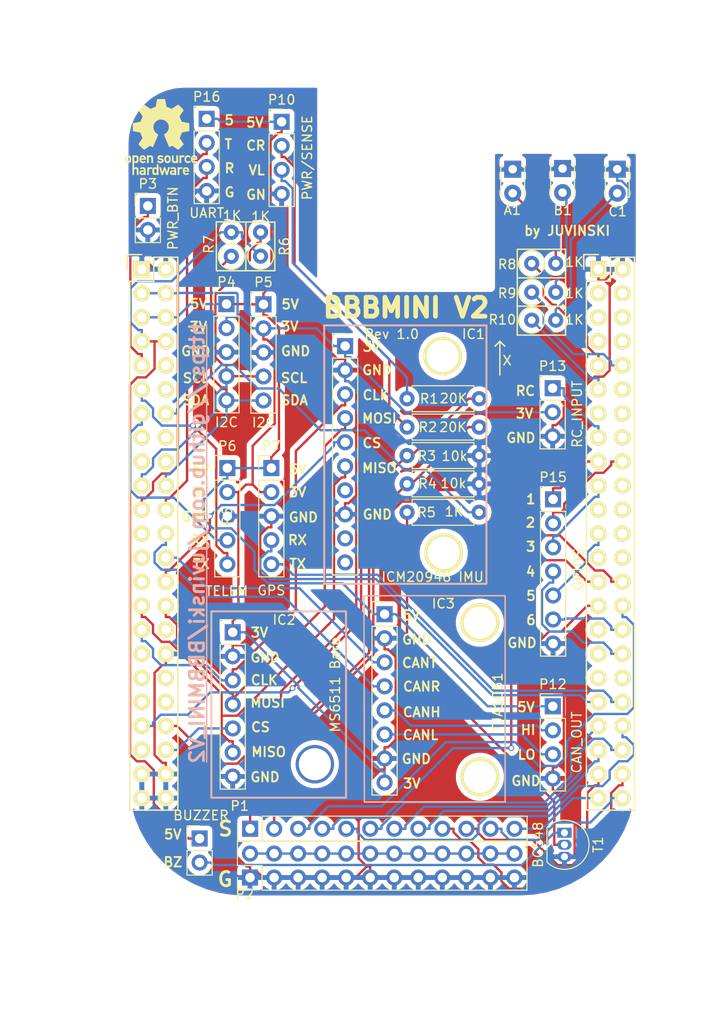
<source format=kicad_pcb>
(kicad_pcb (version 20171130) (host pcbnew "(5.1.12)-1")
  (title_block (title "BBBMINI V2") (rev 1.0) (comment 2 https://github.com/juvinski/BBBMINIV2.git) (comment 4 "Ardupilot DYI Cape for BeagleBone Black and Green"))
  (layers (0 F.Cu signal) (31 B.Cu signal) (34 B.Paste user) (35 F.Paste user) (36 B.SilkS user) (37 F.SilkS user) (38 B.Mask user) (39 F.Mask user) (44 Edge.Cuts user))
  (net 0 "")
  (net 1 +3V3)
  (net 2 +5V)
  (net 3 SYS_5V)
  (net 4 PWR_BUT)
  (net 5 DGND)
  (net 6 /RCO_12)
  (net 7 /RCO_11)
  (net 8 /RCO_10)
  (net 9 /RCO_8)
  (net 10 /RCO_7)
  (net 11 /RCO_6)
  (net 12 /RCO_5)
  (net 13 /RCO_4)
  (net 14 /RCO_3)
  (net 15 /RCO_2)
  (net 16 /RCO_1)
  (net 17 /GPS_RX)
  (net 18 /GPS_TX)
  (net 19 /RCO_9)
  (net 20 "Net-(P2-Pad10)")
  (net 21 /I2C_SDA)
  (net 22 /I2C_SCL)
  (net 23 /RADIO_TX)
  (net 24 /RADIO_RX)
  (net 25 /CAN_RX)
  (net 26 /CAN_TX)
  (net 27 /SPI1_CS0)
  (net 28 /SPI1_MISO)
  (net 29 /SPI1_MOSI)
  (net 30 /SPI1_SCLK)
  (net 31 /CURRENT)
  (net 32 /VOLTAGE)
  (net 33 /SPI1_CS1)
  (net 34 /RC_IN)
  (net 35 /CAN_L)
  (net 36 /CAN_H)
  (net 37 "Net-(P10-Pad3)")
  (net 38 "Net-(P10-Pad2)")
  (net 39 /BUZZER)
  (net 40 "Net-(R5-Pad1)")
  (net 41 "Net-(P14-Pad2)")
  (net 42 /UART_TX)
  (net 43 /UART_RX)
  (net 44 /LED_A)
  (net 45 /LED_B)
  (net 46 /LED_C)
  (net 47 /GPIO_1)
  (net 48 /GPIO_2)
  (net 49 /GPIO_3)
  (net 50 /GPIO_5)
  (net 51 /GPIO_6)
  (net 52 /GPIO_4)
  (net 53 "Net-(A1-Pad2)")
  (net 54 "Net-(B1-Pad2)")
  (net 55 "Net-(C1-Pad2)")
  (module Logo:OSHW-Logo_7.5x8mm_SilkScreen (layer F.Cu) (at 118.4021 48.4124)
    (fp_text reference REF** hide)
    (fp_text value OSHW-Logo_7.5x8mm_SilkScreen hide)
  )
  (module LED_THT:LED_D1.8mm_W3.3mm_H2.4mm (layer F.Cu) (at 166.62 51.8124 270)
    (fp_text reference C1 (at 4.47 -0.04) (layer F.SilkS))
    (fp_text value "LED C")
    (pad 2 thru_hole circle (at 2.54 0 270) (size 1.8 1.8) (drill 0.9) (layers *.Cu *.Mask) (net 55 "Net-(C1-Pad2)"))
    (pad 1 thru_hole rect (at 0 0 270) (size 1.8 1.8) (drill 0.9) (layers *.Cu *.Mask) (net 5 DGND))
  )
  (module LED_THT:LED_D1.8mm_W3.3mm_H2.4mm (layer F.Cu) (at 160.84 51.7424 270)
    (fp_text reference B1 (at 4.41 -0.03) (layer F.SilkS))
    (fp_text value "LED B")
    (pad 2 thru_hole circle (at 2.54 0 270) (size 1.8 1.8) (drill 0.9) (layers *.Cu *.Mask) (net 54 "Net-(B1-Pad2)"))
    (pad 1 thru_hole rect (at 0 0 270) (size 1.8 1.8) (drill 0.9) (layers *.Cu *.Mask) (net 5 DGND))
  )
  (module LED_THT:LED_D1.8mm_W3.3mm_H2.4mm (layer F.Cu) (at 155.57 51.8124 270)
    (fp_text reference A1 (at 4.31 0.04) (layer F.SilkS))
    (fp_text value "LED A")
    (pad 2 thru_hole circle (at 2.54 0 270) (size 1.8 1.8) (drill 0.9) (layers *.Cu *.Mask) (net 53 "Net-(A1-Pad2)"))
    (pad 1 thru_hole rect (at 0 0 270) (size 1.8 1.8) (drill 0.9) (layers *.Cu *.Mask) (net 5 DGND))
  )
  (module Resistor_THT:R_Axial_DIN0207_L6.3mm_D2.5mm_P2.54mm_Vertical (layer F.Cu) (at 157.58 67.7624)
    (fp_text reference R10 (at -3.1099 -0.046) (layer F.SilkS))
    (fp_text value 1K (at 4.5101 -0.046) (layer F.SilkS))
    (pad 2 thru_hole oval (at 2.54 0) (size 1.6 1.6) (drill 0.8) (layers *.Cu *.Mask) (net 55 "Net-(C1-Pad2)"))
    (pad 1 thru_hole circle (at 0 0) (size 1.6 1.6) (drill 0.8) (layers *.Cu *.Mask) (net 46 /LED_C))
  )
  (module Resistor_THT:R_Axial_DIN0207_L6.3mm_D2.5mm_P2.54mm_Vertical (layer F.Cu) (at 157.58 64.8124)
    (fp_text reference R9 (at -2.6019 0.11) (layer F.SilkS))
    (fp_text value 1K (at 4.5101 0.11) (layer F.SilkS))
    (pad 2 thru_hole oval (at 2.54 0) (size 1.6 1.6) (drill 0.8) (layers *.Cu *.Mask) (net 54 "Net-(B1-Pad2)"))
    (pad 1 thru_hole circle (at 0 0) (size 1.6 1.6) (drill 0.8) (layers *.Cu *.Mask) (net 45 /LED_B))
  )
  (module Resistor_THT:R_Axial_DIN0207_L6.3mm_D2.5mm_P2.54mm_Vertical (layer F.Cu) (at 157.58 61.7724)
    (fp_text reference R8 (at -2.6019 0.102) (layer F.SilkS))
    (fp_text value 1K (at 4.5101 -0.152) (layer F.SilkS))
    (pad 2 thru_hole oval (at 2.54 0) (size 1.6 1.6) (drill 0.8) (layers *.Cu *.Mask) (net 53 "Net-(A1-Pad2)"))
    (pad 1 thru_hole circle (at 0 0) (size 1.6 1.6) (drill 0.8) (layers *.Cu *.Mask) (net 44 /LED_A))
  )
  (module MountingHole:MountingHole_2.2mm_M2_Pad (layer F.Cu) (at 134.66 114.682)
    (fp_text reference M5)
    (fp_text value M)
    (pad 1 thru_hole circle (at 0 0) (size 4.064 4.064) (drill 3.4) (layers *.Cu *.Mask))
  )
  (module MountingHole:MountingHole_2.2mm_M2_Pad (layer F.Cu) (at 152.11 116.012)
    (fp_text reference M4)
    (fp_text value M)
    (pad 1 thru_hole circle (at 0 0) (size 4.064 4.064) (drill 3.4) (layers *.Cu *.Mask F.SilkS))
  )
  (module MountingHole:MountingHole_2.2mm_M2_Pad (layer F.Cu) (at 152.1 99.7224)
    (fp_text reference M3)
    (fp_text value M)
    (pad 1 thru_hole circle (at 0 0) (size 4.064 4.064) (drill 3.4) (layers *.Cu *.Mask F.SilkS))
  )
  (module MountingHole:MountingHole_2.2mm_M2_Pad (layer F.Cu) (at 148.17 71.5624)
    (fp_text reference M1)
    (fp_text value MOUNTING-HOLE)
    (pad 1 thru_hole circle (at 0 0) (size 4.064 4.064) (drill 3.4) (layers *.Cu *.Mask F.SilkS))
  )
  (module MountingHole:MountingHole_2.2mm_M2_Pad (layer F.Cu) (at 148.28 92.3424)
    (fp_text reference M2)
    (fp_text value M)
    (pad 1 thru_hole circle (at 0 0) (size 4.064 4.064) (drill 3.4) (layers *.Cu *.Mask F.SilkS))
  )
  (module Connector_PinHeader_2.54mm:PinHeader_1x04_P2.54mm_Vertical (layer F.Cu) (at 123.23 46.4924)
    (fp_text reference P16 (at 0 -2.33) (layer F.SilkS))
    (fp_text value UART (at 0 9.95) (layer F.SilkS))
    (pad 4 thru_hole oval (at 0 7.62) (size 1.7 1.7) (drill 1) (layers *.Cu *.Mask) (net 5 DGND))
    (pad 3 thru_hole oval (at 0 5.08) (size 1.7 1.7) (drill 1) (layers *.Cu *.Mask) (net 43 /UART_RX))
    (pad 2 thru_hole oval (at 0 2.54) (size 1.7 1.7) (drill 1) (layers *.Cu *.Mask) (net 42 /UART_TX))
    (pad 1 thru_hole rect (at 0 0) (size 1.7 1.7) (drill 1) (layers *.Cu *.Mask) (net 2 +5V))
  )
  (module Connector_PinHeader_2.54mm:PinHeader_1x07_P2.54mm_Vertical (layer F.Cu) (at 159.84 86.6924)
    (fp_text reference P15 (at 0 -2.33) (layer F.SilkS))
    (fp_text value GPIOS (at 2.69 7.41 90) (layer F.SilkS))
    (pad 7 thru_hole oval (at 0 15.24) (size 1.7 1.7) (drill 1) (layers *.Cu *.Mask) (net 5 DGND))
    (pad 6 thru_hole oval (at 0 12.7) (size 1.7 1.7) (drill 1) (layers *.Cu *.Mask) (net 51 /GPIO_6))
    (pad 5 thru_hole oval (at 0 10.16) (size 1.7 1.7) (drill 1) (layers *.Cu *.Mask) (net 50 /GPIO_5))
    (pad 4 thru_hole oval (at 0 7.62) (size 1.7 1.7) (drill 1) (layers *.Cu *.Mask) (net 52 /GPIO_4))
    (pad 3 thru_hole oval (at 0 5.08) (size 1.7 1.7) (drill 1) (layers *.Cu *.Mask) (net 49 /GPIO_3))
    (pad 2 thru_hole oval (at 0 2.54) (size 1.7 1.7) (drill 1) (layers *.Cu *.Mask) (net 48 /GPIO_2))
    (pad 1 thru_hole rect (at 0 0) (size 1.7 1.7) (drill 1) (layers *.Cu *.Mask) (net 47 /GPIO_1))
  )
  (module Resistor_THT:R_Axial_DIN0207_L6.3mm_D2.5mm_P2.54mm_Vertical (layer F.Cu) (at 125.83 61.0224 90)
    (fp_text reference R7 (at 1.27 -2.37 90) (layer F.SilkS))
    (fp_text value 1K (at 4.31 0.08 180) (layer F.SilkS))
    (pad 2 thru_hole oval (at 2.54 0 90) (size 1.6 1.6) (drill 0.8) (layers *.Cu *.Mask) (net 3 SYS_5V))
    (pad 1 thru_hole circle (at 0 0 90) (size 1.6 1.6) (drill 0.8) (layers *.Cu *.Mask) (net 21 /I2C_SDA))
  )
  (module Resistor_THT:R_Axial_DIN0207_L6.3mm_D2.5mm_P2.54mm_Vertical (layer F.Cu) (at 128.92 61.0024 90)
    (fp_text reference R6 (at 1.03 2.53 90) (layer F.SilkS))
    (fp_text value 1K (at 4.19 0.01 180) (layer F.SilkS))
    (pad 2 thru_hole oval (at 2.54 0 90) (size 1.6 1.6) (drill 0.8) (layers *.Cu *.Mask) (net 22 /I2C_SCL))
    (pad 1 thru_hole circle (at 0 0 90) (size 1.6 1.6) (drill 0.8) (layers *.Cu *.Mask) (net 3 SYS_5V))
  )
  (module Connector_PinHeader_2.54mm:PinHeader_1x02_P2.54mm_Vertical (layer F.Cu) (at 122.48 122.532)
    (fp_text reference P14 hide)
    (fp_text value BUZZER (at 0.1501 -2.4396 180) (layer F.SilkS))
    (pad 2 thru_hole oval (at 0 2.54) (size 1.7 1.7) (drill 1) (layers *.Cu *.Mask) (net 41 "Net-(P14-Pad2)"))
    (pad 1 thru_hole rect (at 0 0) (size 1.7 1.7) (drill 1) (layers *.Cu *.Mask) (net 3 SYS_5V))
  )
  (module Package_TO_SOT_THT:TO-92_Inline (layer F.Cu) (at 161.04 121.922 270)
    (fp_text reference T1 (at 1.27 -3.56 90) (layer F.SilkS))
    (fp_text value BC548 (at 1.27 2.79 90) (layer F.SilkS))
    (pad 1 thru_hole rect (at 0 0 270) (size 1.05 1.5) (drill 0.75) (layers *.Cu *.Mask) (net 41 "Net-(P14-Pad2)"))
    (pad 3 thru_hole oval (at 2.54 0 270) (size 1.05 1.5) (drill 0.75) (layers *.Cu *.Mask) (net 5 DGND))
    (pad 2 thru_hole oval (at 1.27 0 270) (size 1.05 1.5) (drill 0.75) (layers *.Cu *.Mask) (net 40 "Net-(R5-Pad1)"))
  )
  (module Resistor_THT:R_Axial_DIN0207_L6.3mm_D2.5mm_P7.62mm_Horizontal (layer F.Cu) (at 144.4 88.0624)
    (fp_text reference R5 (at 2.064999 0.014999) (layer F.SilkS))
    (fp_text value 1K (at 4.964999 -0.075001) (layer F.SilkS))
    (pad 2 thru_hole oval (at 7.62 0) (size 1.6 1.6) (drill 0.8) (layers *.Cu *.Mask) (net 39 /BUZZER))
    (pad 1 thru_hole circle (at 0 0) (size 1.6 1.6) (drill 0.8) (layers *.Cu *.Mask) (net 40 "Net-(R5-Pad1)"))
  )
  (module Connector_PinHeader_2.54mm:PinHeader_1x03_P2.54mm_Vertical (layer F.Cu) (at 159.79 74.9524)
    (fp_text reference P13 (at 0 -2.33) (layer F.SilkS))
    (fp_text value RC_INPUT (at 2.59 2.74 90) (layer F.SilkS))
    (pad 3 thru_hole oval (at 0 5.08) (size 1.7 1.7) (drill 1) (layers *.Cu *.Mask) (net 5 DGND))
    (pad 2 thru_hole oval (at 0 2.54) (size 1.7 1.7) (drill 1) (layers *.Cu *.Mask) (net 1 +3V3))
    (pad 1 thru_hole rect (at 0 0) (size 1.7 1.7) (drill 1) (layers *.Cu *.Mask) (net 34 /RC_IN))
  )
  (module Resistor_THT:R_Axial_DIN0207_L6.3mm_D2.5mm_P7.62mm_Horizontal (layer F.Cu) (at 144.4 85.0624)
    (fp_text reference R4 (at 2.17 -0.02) (layer F.SilkS))
    (fp_text value 10k (at 4.9 -0.06) (layer F.SilkS))
    (pad 2 thru_hole oval (at 7.62 0) (size 1.6 1.6) (drill 0.8) (layers *.Cu *.Mask) (net 5 DGND))
    (pad 1 thru_hole circle (at 0 0) (size 1.6 1.6) (drill 0.8) (layers *.Cu *.Mask) (net 31 /CURRENT))
  )
  (module Resistor_THT:R_Axial_DIN0207_L6.3mm_D2.5mm_P7.62mm_Horizontal (layer F.Cu) (at 144.4 82.0724)
    (fp_text reference R3 (at 2.1 0.04) (layer F.SilkS))
    (fp_text value 10k (at 5.02 0.06) (layer F.SilkS))
    (pad 2 thru_hole oval (at 7.62 0) (size 1.6 1.6) (drill 0.8) (layers *.Cu *.Mask) (net 5 DGND))
    (pad 1 thru_hole circle (at 0 0) (size 1.6 1.6) (drill 0.8) (layers *.Cu *.Mask) (net 32 /VOLTAGE))
  )
  (module Resistor_THT:R_Axial_DIN0207_L6.3mm_D2.5mm_P7.62mm_Horizontal (layer F.Cu) (at 144.4 79.0624)
    (fp_text reference R2 (at 2.2 0.01) (layer F.SilkS))
    (fp_text value 20K (at 4.86 0.01) (layer F.SilkS))
    (pad 2 thru_hole oval (at 7.62 0) (size 1.6 1.6) (drill 0.8) (layers *.Cu *.Mask) (net 31 /CURRENT))
    (pad 1 thru_hole circle (at 0 0) (size 1.6 1.6) (drill 0.8) (layers *.Cu *.Mask) (net 38 "Net-(P10-Pad2)"))
  )
  (module Resistor_THT:R_Axial_DIN0207_L6.3mm_D2.5mm_P7.62mm_Horizontal (layer F.Cu) (at 144.4 76.0624)
    (fp_text reference R1 (at 2.34 0.01) (layer F.SilkS))
    (fp_text value 20K (at 4.91 -0.03) (layer F.SilkS))
    (pad 2 thru_hole oval (at 7.62 0) (size 1.6 1.6) (drill 0.8) (layers *.Cu *.Mask) (net 32 /VOLTAGE))
    (pad 1 thru_hole circle (at 0 0) (size 1.6 1.6) (drill 0.8) (layers *.Cu *.Mask) (net 37 "Net-(P10-Pad3)"))
  )
  (module Connector_PinHeader_2.54mm:PinHeader_1x04_P2.54mm_Vertical (layer F.Cu) (at 159.81 108.562)
    (fp_text reference P12 (at 0 -2.33) (layer F.SilkS))
    (fp_text value CAN_OUT (at 2.5301 3.82 90) (layer F.SilkS))
    (pad 4 thru_hole oval (at 0 7.62) (size 1.7 1.7) (drill 1) (layers *.Cu *.Mask) (net 5 DGND))
    (pad 3 thru_hole oval (at 0 5.08) (size 1.7 1.7) (drill 1) (layers *.Cu *.Mask) (net 35 /CAN_L))
    (pad 2 thru_hole oval (at 0 2.54) (size 1.7 1.7) (drill 1) (layers *.Cu *.Mask) (net 36 /CAN_H))
    (pad 1 thru_hole rect (at 0 0) (size 1.7 1.7) (drill 1) (layers *.Cu *.Mask) (net 2 +5V))
  )
  (module Connector_PinHeader_2.54mm:PinHeader_1x08_P2.54mm_Vertical (layer F.Cu) (at 142.03 98.8324)
    (fp_text reference IC3 (at 6.21 -1.12) (layer F.SilkS))
    (fp_text value TJA1051 (at 11.95 9.27 90) (layer F.SilkS))
    (pad 8 thru_hole oval (at 0 17.78) (size 1.7 1.7) (drill 1) (layers *.Cu *.Mask) (net 1 +3V3))
    (pad 7 thru_hole oval (at 0 15.24) (size 1.7 1.7) (drill 1) (layers *.Cu *.Mask) (net 5 DGND))
    (pad 6 thru_hole oval (at 0 12.7) (size 1.7 1.7) (drill 1) (layers *.Cu *.Mask) (net 35 /CAN_L))
    (pad 5 thru_hole oval (at 0 10.16) (size 1.7 1.7) (drill 1) (layers *.Cu *.Mask) (net 36 /CAN_H))
    (pad 4 thru_hole oval (at 0 7.62) (size 1.7 1.7) (drill 1) (layers *.Cu *.Mask) (net 25 /CAN_RX))
    (pad 3 thru_hole oval (at 0 5.08) (size 1.7 1.7) (drill 1) (layers *.Cu *.Mask) (net 26 /CAN_TX))
    (pad 2 thru_hole oval (at 0 2.54) (size 1.7 1.7) (drill 1) (layers *.Cu *.Mask) (net 5 DGND))
    (pad 1 thru_hole rect (at 0 0) (size 1.7 1.7) (drill 1) (layers *.Cu *.Mask) (net 2 +5V))
  )
  (module Connector_PinHeader_2.54mm:PinHeader_1x04_P2.54mm_Vertical (layer F.Cu) (at 131.15 46.8024)
    (fp_text reference P10 (at 0 -2.33) (layer F.SilkS))
    (fp_text value PWR/SENSE (at 2.71 3.8 90) (layer F.SilkS))
    (pad 4 thru_hole oval (at 0 7.62) (size 1.7 1.7) (drill 1) (layers *.Cu *.Mask) (net 5 DGND))
    (pad 3 thru_hole oval (at 0 5.08) (size 1.7 1.7) (drill 1) (layers *.Cu *.Mask) (net 37 "Net-(P10-Pad3)"))
    (pad 2 thru_hole oval (at 0 2.54) (size 1.7 1.7) (drill 1) (layers *.Cu *.Mask) (net 38 "Net-(P10-Pad2)"))
    (pad 1 thru_hole rect (at 0 0) (size 1.7 1.7) (drill 1) (layers *.Cu *.Mask) (net 2 +5V))
  )
  (module Connector_PinHeader_2.54mm:PinHeader_1x10_P2.54mm_Vertical (layer F.Cu) (at 137.86 70.5024)
    (fp_text reference IC1 (at 13.5621 -1.262) (layer F.SilkS))
    (fp_text value "ICM20948 IMU" (at 9.2441 24.392 180) (layer F.SilkS))
    (pad 10 thru_hole oval (at 0 22.86) (size 1.7 1.7) (drill 1) (layers *.Cu *.Mask))
    (pad 9 thru_hole oval (at 0 20.32) (size 1.7 1.7) (drill 1) (layers *.Cu *.Mask))
    (pad 8 thru_hole oval (at 0 17.78) (size 1.7 1.7) (drill 1) (layers *.Cu *.Mask) (net 5 DGND))
    (pad 7 thru_hole oval (at 0 15.24) (size 1.7 1.7) (drill 1) (layers *.Cu *.Mask))
    (pad 6 thru_hole oval (at 0 12.7) (size 1.7 1.7) (drill 1) (layers *.Cu *.Mask) (net 28 /SPI1_MISO))
    (pad 5 thru_hole oval (at 0 10.16) (size 1.7 1.7) (drill 1) (layers *.Cu *.Mask) (net 27 /SPI1_CS0))
    (pad 4 thru_hole oval (at 0 7.62) (size 1.7 1.7) (drill 1) (layers *.Cu *.Mask) (net 29 /SPI1_MOSI))
    (pad 3 thru_hole oval (at 0 5.08) (size 1.7 1.7) (drill 1) (layers *.Cu *.Mask) (net 30 /SPI1_SCLK))
    (pad 2 thru_hole oval (at 0 2.54) (size 1.7 1.7) (drill 1) (layers *.Cu *.Mask) (net 5 DGND))
    (pad 1 thru_hole rect (at 0 0) (size 1.7 1.7) (drill 1) (layers *.Cu *.Mask) (net 1 +3V3))
  )
  (module Connector_PinHeader_2.54mm:PinHeader_1x07_P2.54mm_Vertical (layer F.Cu) (at 125.98 100.742)
    (fp_text reference IC2 (at 5.4301 -1.3096) (layer F.SilkS))
    (fp_text value "MS6511 Baro" (at 10.8301 5.5304 90) (layer F.SilkS))
    (pad 7 thru_hole oval (at 0 15.24) (size 1.7 1.7) (drill 1) (layers *.Cu *.Mask) (net 5 DGND))
    (pad 6 thru_hole oval (at 0 12.7) (size 1.7 1.7) (drill 1) (layers *.Cu *.Mask) (net 28 /SPI1_MISO))
    (pad 5 thru_hole oval (at 0 10.16) (size 1.7 1.7) (drill 1) (layers *.Cu *.Mask) (net 33 /SPI1_CS1))
    (pad 4 thru_hole oval (at 0 7.62) (size 1.7 1.7) (drill 1) (layers *.Cu *.Mask) (net 29 /SPI1_MOSI))
    (pad 3 thru_hole oval (at 0 5.08) (size 1.7 1.7) (drill 1) (layers *.Cu *.Mask) (net 30 /SPI1_SCLK))
    (pad 2 thru_hole oval (at 0 2.54) (size 1.7 1.7) (drill 1) (layers *.Cu *.Mask) (net 5 DGND))
    (pad 1 thru_hole rect (at 0 0) (size 1.7 1.7) (drill 1) (layers *.Cu *.Mask) (net 1 +3V3))
  )
  (module Connector_PinHeader_2.54mm:PinHeader_1x05_P2.54mm_Vertical (layer F.Cu) (at 130.06 83.3924)
    (fp_text reference P7 (at 0 -2.33) (layer F.SilkS))
    (fp_text value GPS (at 0.0101 12.93) (layer F.SilkS))
    (pad 5 thru_hole oval (at 0 10.16) (size 1.7 1.7) (drill 1) (layers *.Cu *.Mask) (net 18 /GPS_TX))
    (pad 4 thru_hole oval (at 0 7.62) (size 1.7 1.7) (drill 1) (layers *.Cu *.Mask) (net 17 /GPS_RX))
    (pad 3 thru_hole oval (at 0 5.08) (size 1.7 1.7) (drill 1) (layers *.Cu *.Mask) (net 5 DGND))
    (pad 2 thru_hole oval (at 0 2.54) (size 1.7 1.7) (drill 1) (layers *.Cu *.Mask) (net 1 +3V3))
    (pad 1 thru_hole rect (at 0 0) (size 1.7 1.7) (drill 1) (layers *.Cu *.Mask) (net 2 +5V))
  )
  (module Connector_PinHeader_2.54mm:PinHeader_1x05_P2.54mm_Vertical (layer F.Cu) (at 125.41 83.3924)
    (fp_text reference P6 (at 0 -2.33) (layer F.SilkS))
    (fp_text value TELEM (at -0.0699 13 180) (layer F.SilkS))
    (fp_text user %R (at 0 5.08 90) (layer F.SilkS))
    (pad 5 thru_hole oval (at 0 10.16) (size 1.7 1.7) (drill 1) (layers *.Cu *.Mask) (net 23 /RADIO_TX))
    (pad 4 thru_hole oval (at 0 7.62) (size 1.7 1.7) (drill 1) (layers *.Cu *.Mask) (net 24 /RADIO_RX))
    (pad 3 thru_hole oval (at 0 5.08) (size 1.7 1.7) (drill 1) (layers *.Cu *.Mask) (net 5 DGND))
    (pad 2 thru_hole oval (at 0 2.54) (size 1.7 1.7) (drill 1) (layers *.Cu *.Mask) (net 1 +3V3))
    (pad 1 thru_hole rect (at 0 0) (size 1.7 1.7) (drill 1) (layers *.Cu *.Mask) (net 2 +5V))
  )
  (module Connector_PinHeader_2.54mm:PinHeader_1x05_P2.54mm_Vertical (layer F.Cu) (at 129.23 66.0924)
    (fp_text reference P5 (at 0 -2.33) (layer F.SilkS))
    (fp_text value I2C (at 0 12.49) (layer F.SilkS))
    (pad 5 thru_hole oval (at 0 10.16) (size 1.7 1.7) (drill 1) (layers *.Cu *.Mask) (net 21 /I2C_SDA))
    (pad 4 thru_hole oval (at 0 7.62) (size 1.7 1.7) (drill 1) (layers *.Cu *.Mask) (net 22 /I2C_SCL))
    (pad 3 thru_hole oval (at 0 5.08) (size 1.7 1.7) (drill 1) (layers *.Cu *.Mask) (net 5 DGND))
    (pad 2 thru_hole oval (at 0 2.54) (size 1.7 1.7) (drill 1) (layers *.Cu *.Mask) (net 1 +3V3))
    (pad 1 thru_hole rect (at 0 0) (size 1.7 1.7) (drill 1) (layers *.Cu *.Mask) (net 2 +5V))
  )
  (module Connector_PinHeader_2.54mm:PinHeader_1x05_P2.54mm_Vertical (layer F.Cu) (at 125.32 66.0624)
    (fp_text reference P4 (at 0 -2.33) (layer F.SilkS))
    (fp_text value I2C (at 0 12.49) (layer F.SilkS))
    (pad 5 thru_hole oval (at 0 10.16) (size 1.7 1.7) (drill 1) (layers *.Cu *.Mask) (net 21 /I2C_SDA))
    (pad 4 thru_hole oval (at 0 7.62) (size 1.7 1.7) (drill 1) (layers *.Cu *.Mask) (net 22 /I2C_SCL))
    (pad 3 thru_hole oval (at 0 5.08) (size 1.7 1.7) (drill 1) (layers *.Cu *.Mask) (net 5 DGND))
    (pad 2 thru_hole oval (at 0 2.54) (size 1.7 1.7) (drill 1) (layers *.Cu *.Mask) (net 1 +3V3))
    (pad 1 thru_hole rect (at 0 0) (size 1.7 1.7) (drill 1) (layers *.Cu *.Mask) (net 2 +5V))
  )
  (module Connector_PinHeader_2.54mm:PinHeader_1x02_P2.54mm_Vertical (layer F.Cu) (at 117.01 55.6924)
    (fp_text reference P3 (at 0 -2.33) (layer F.SilkS))
    (fp_text value PWR_BTN (at 2.65 1.3 90) (layer F.SilkS))
    (pad 2 thru_hole oval (at 0 2.54) (size 1.7 1.7) (drill 1) (layers *.Cu *.Mask) (net 5 DGND))
    (pad 1 thru_hole rect (at 0 0) (size 1.7 1.7) (drill 1) (layers *.Cu *.Mask) (net 4 PWR_BUT))
  )
  (module Connector_PinHeader_2.54mm:PinHeader_2x12_P2.54mm_Vertical (layer F.Cu) (at 127.81 126.662 90)
    (fp_text reference P2 (at -1.7604 -0.5699 180) (layer F.SilkS))
    (fp_text value RCPWR)
    (pad 24 thru_hole oval (at 2.54 27.94 90) (size 1.7 1.7) (drill 1) (layers *.Cu *.Mask) (net 20 "Net-(P2-Pad10)"))
    (pad 23 thru_hole oval (at 0 27.94 90) (size 1.7 1.7) (drill 1) (layers *.Cu *.Mask) (net 5 DGND))
    (pad 22 thru_hole oval (at 2.54 25.4 90) (size 1.7 1.7) (drill 1) (layers *.Cu *.Mask) (net 20 "Net-(P2-Pad10)"))
    (pad 21 thru_hole oval (at 0 25.4 90) (size 1.7 1.7) (drill 1) (layers *.Cu *.Mask) (net 5 DGND))
    (pad 20 thru_hole oval (at 2.54 22.86 90) (size 1.7 1.7) (drill 1) (layers *.Cu *.Mask) (net 20 "Net-(P2-Pad10)"))
    (pad 19 thru_hole oval (at 0 22.86 90) (size 1.7 1.7) (drill 1) (layers *.Cu *.Mask) (net 5 DGND))
    (pad 18 thru_hole oval (at 2.54 20.32 90) (size 1.7 1.7) (drill 1) (layers *.Cu *.Mask) (net 20 "Net-(P2-Pad10)"))
    (pad 17 thru_hole oval (at 0 20.32 90) (size 1.7 1.7) (drill 1) (layers *.Cu *.Mask) (net 5 DGND))
    (pad 16 thru_hole oval (at 2.54 17.78 90) (size 1.7 1.7) (drill 1) (layers *.Cu *.Mask) (net 20 "Net-(P2-Pad10)"))
    (pad 15 thru_hole oval (at 0 17.78 90) (size 1.7 1.7) (drill 1) (layers *.Cu *.Mask) (net 5 DGND))
    (pad 14 thru_hole oval (at 2.54 15.24 90) (size 1.7 1.7) (drill 1) (layers *.Cu *.Mask) (net 20 "Net-(P2-Pad10)"))
    (pad 13 thru_hole oval (at 0 15.24 90) (size 1.7 1.7) (drill 1) (layers *.Cu *.Mask) (net 5 DGND))
    (pad 12 thru_hole oval (at 2.54 12.7 90) (size 1.7 1.7) (drill 1) (layers *.Cu *.Mask) (net 20 "Net-(P2-Pad10)"))
    (pad 11 thru_hole oval (at 0 12.7 90) (size 1.7 1.7) (drill 1) (layers *.Cu *.Mask) (net 5 DGND))
    (pad 10 thru_hole oval (at 2.54 10.16 90) (size 1.7 1.7) (drill 1) (layers *.Cu *.Mask) (net 20 "Net-(P2-Pad10)"))
    (pad 9 thru_hole oval (at 0 10.16 90) (size 1.7 1.7) (drill 1) (layers *.Cu *.Mask) (net 5 DGND))
    (pad 8 thru_hole oval (at 2.54 7.62 90) (size 1.7 1.7) (drill 1) (layers *.Cu *.Mask) (net 20 "Net-(P2-Pad10)"))
    (pad 7 thru_hole oval (at 0 7.62 90) (size 1.7 1.7) (drill 1) (layers *.Cu *.Mask) (net 5 DGND))
    (pad 6 thru_hole oval (at 2.54 5.08 90) (size 1.7 1.7) (drill 1) (layers *.Cu *.Mask) (net 20 "Net-(P2-Pad10)"))
    (pad 5 thru_hole oval (at 0 5.08 90) (size 1.7 1.7) (drill 1) (layers *.Cu *.Mask) (net 5 DGND))
    (pad 4 thru_hole oval (at 2.54 2.54 90) (size 1.7 1.7) (drill 1) (layers *.Cu *.Mask) (net 20 "Net-(P2-Pad10)"))
    (pad 3 thru_hole oval (at 0 2.54 90) (size 1.7 1.7) (drill 1) (layers *.Cu *.Mask) (net 5 DGND))
    (pad 2 thru_hole oval (at 2.54 0 90) (size 1.7 1.7) (drill 1) (layers *.Cu *.Mask) (net 20 "Net-(P2-Pad10)"))
    (pad 1 thru_hole rect (at 0 0 90) (size 1.7 1.7) (drill 1) (layers *.Cu *.Mask) (net 5 DGND))
  )
  (module Connector_PinHeader_2.54mm:PinHeader_1x12_P2.54mm_Vertical (layer F.Cu) (at 127.82 121.502 90)
    (fp_text reference P1 (at 2.4096 -1.0999 180) (layer F.SilkS))
    (fp_text value RCOUT)
    (pad 12 thru_hole oval (at 0 27.94 90) (size 1.7 1.7) (drill 1) (layers *.Cu *.Mask) (net 6 /RCO_12))
    (pad 11 thru_hole oval (at 0 25.4 90) (size 1.7 1.7) (drill 1) (layers *.Cu *.Mask) (net 7 /RCO_11))
    (pad 10 thru_hole oval (at 0 22.86 90) (size 1.7 1.7) (drill 1) (layers *.Cu *.Mask) (net 8 /RCO_10))
    (pad 9 thru_hole oval (at 0 20.32 90) (size 1.7 1.7) (drill 1) (layers *.Cu *.Mask) (net 19 /RCO_9))
    (pad 8 thru_hole oval (at 0 17.78 90) (size 1.7 1.7) (drill 1) (layers *.Cu *.Mask) (net 9 /RCO_8))
    (pad 7 thru_hole oval (at 0 15.24 90) (size 1.7 1.7) (drill 1) (layers *.Cu *.Mask) (net 10 /RCO_7))
    (pad 6 thru_hole oval (at 0 12.7 90) (size 1.7 1.7) (drill 1) (layers *.Cu *.Mask) (net 11 /RCO_6))
    (pad 5 thru_hole oval (at 0 10.16 90) (size 1.7 1.7) (drill 1) (layers *.Cu *.Mask) (net 12 /RCO_5))
    (pad 4 thru_hole oval (at 0 7.62 90) (size 1.7 1.7) (drill 1) (layers *.Cu *.Mask) (net 13 /RCO_4))
    (pad 3 thru_hole oval (at 0 5.08 90) (size 1.7 1.7) (drill 1) (layers *.Cu *.Mask) (net 14 /RCO_3))
    (pad 2 thru_hole oval (at 0 2.54 90) (size 1.7 1.7) (drill 1) (layers *.Cu *.Mask) (net 15 /RCO_2))
    (pad 1 thru_hole rect (at 0 0 90) (size 1.7 1.7) (drill 1) (layers *.Cu *.Mask) (net 16 /RCO_1))
  )
  (module Socket_BeagleBone_Black:Socket_BeagleBone_Black (layer F.Cu) (at 164.63 62.3824)
    (fp_text reference P8 hide)
    (fp_text value BeagleBone_Black_Header hide)
    (pad 1 thru_hole rect (at 0 0) (size 1.7272 1.7272) (drill 1.016) (layers *.Cu *.Mask F.SilkS) (net 5 DGND))
    (pad 2 thru_hole oval (at 2.54 0) (size 1.7272 1.7272) (drill 1.016) (layers *.Cu *.Mask F.SilkS) (net 5 DGND))
    (pad 3 thru_hole oval (at 0 2.54) (size 1.7272 1.7272) (drill 1.016) (layers *.Cu *.Mask F.SilkS))
    (pad 4 thru_hole oval (at 2.54 2.54) (size 1.7272 1.7272) (drill 1.016) (layers *.Cu *.Mask F.SilkS))
    (pad 5 thru_hole oval (at 0 5.08) (size 1.7272 1.7272) (drill 1.016) (layers *.Cu *.Mask F.SilkS))
    (pad 6 thru_hole oval (at 2.54 5.08) (size 1.7272 1.7272) (drill 1.016) (layers *.Cu *.Mask F.SilkS))
    (pad 7 thru_hole oval (at 0 7.62) (size 1.7272 1.7272) (drill 1.016) (layers *.Cu *.Mask F.SilkS))
    (pad 8 thru_hole oval (at 2.54 7.62) (size 1.7272 1.7272) (drill 1.016) (layers *.Cu *.Mask F.SilkS))
    (pad 9 thru_hole oval (at 0 10.16) (size 1.7272 1.7272) (drill 1.016) (layers *.Cu *.Mask F.SilkS) (net 44 /LED_A))
    (pad 10 thru_hole oval (at 2.54 10.16) (size 1.7272 1.7272) (drill 1.016) (layers *.Cu *.Mask F.SilkS) (net 45 /LED_B))
    (pad 11 thru_hole oval (at 0 12.7) (size 1.7272 1.7272) (drill 1.016) (layers *.Cu *.Mask F.SilkS) (net 46 /LED_C))
    (pad 12 thru_hole oval (at 2.54 12.7) (size 1.7272 1.7272) (drill 1.016) (layers *.Cu *.Mask F.SilkS))
    (pad 13 thru_hole oval (at 0 15.24) (size 1.7272 1.7272) (drill 1.016) (layers *.Cu *.Mask F.SilkS))
    (pad 14 thru_hole oval (at 2.54 15.24) (size 1.7272 1.7272) (drill 1.016) (layers *.Cu *.Mask F.SilkS))
    (pad 15 thru_hole oval (at 0 17.78) (size 1.7272 1.7272) (drill 1.016) (layers *.Cu *.Mask F.SilkS) (net 34 /RC_IN))
    (pad 16 thru_hole oval (at 2.54 17.78) (size 1.7272 1.7272) (drill 1.016) (layers *.Cu *.Mask F.SilkS))
    (pad 17 thru_hole oval (at 0 20.32) (size 1.7272 1.7272) (drill 1.016) (layers *.Cu *.Mask F.SilkS) (net 47 /GPIO_1))
    (pad 18 thru_hole oval (at 2.54 20.32) (size 1.7272 1.7272) (drill 1.016) (layers *.Cu *.Mask F.SilkS) (net 48 /GPIO_2))
    (pad 19 thru_hole oval (at 0 22.86) (size 1.7272 1.7272) (drill 1.016) (layers *.Cu *.Mask F.SilkS) (net 49 /GPIO_3))
    (pad 20 thru_hole oval (at 2.54 22.86) (size 1.7272 1.7272) (drill 1.016) (layers *.Cu *.Mask F.SilkS))
    (pad 21 thru_hole oval (at 0 25.4) (size 1.7272 1.7272) (drill 1.016) (layers *.Cu *.Mask F.SilkS))
    (pad 22 thru_hole oval (at 2.54 25.4) (size 1.7272 1.7272) (drill 1.016) (layers *.Cu *.Mask F.SilkS))
    (pad 23 thru_hole oval (at 0 27.94) (size 1.7272 1.7272) (drill 1.016) (layers *.Cu *.Mask F.SilkS) (net 50 /GPIO_5))
    (pad 24 thru_hole oval (at 2.54 27.94) (size 1.7272 1.7272) (drill 1.016) (layers *.Cu *.Mask F.SilkS))
    (pad 25 thru_hole oval (at 0 30.48) (size 1.7272 1.7272) (drill 1.016) (layers *.Cu *.Mask F.SilkS))
    (pad 26 thru_hole oval (at 2.54 30.48) (size 1.7272 1.7272) (drill 1.016) (layers *.Cu *.Mask F.SilkS))
    (pad 27 thru_hole oval (at 0 33.02) (size 1.7272 1.7272) (drill 1.016) (layers *.Cu *.Mask F.SilkS) (net 15 /RCO_2))
    (pad 28 thru_hole oval (at 2.54 33.02) (size 1.7272 1.7272) (drill 1.016) (layers *.Cu *.Mask F.SilkS) (net 16 /RCO_1))
    (pad 29 thru_hole oval (at 0 35.56) (size 1.7272 1.7272) (drill 1.016) (layers *.Cu *.Mask F.SilkS) (net 13 /RCO_4))
    (pad 30 thru_hole oval (at 2.54 35.56) (size 1.7272 1.7272) (drill 1.016) (layers *.Cu *.Mask F.SilkS) (net 14 /RCO_3))
    (pad 31 thru_hole oval (at 0 38.1) (size 1.7272 1.7272) (drill 1.016) (layers *.Cu *.Mask F.SilkS))
    (pad 32 thru_hole oval (at 2.54 38.1) (size 1.7272 1.7272) (drill 1.016) (layers *.Cu *.Mask F.SilkS) (net 51 /GPIO_6))
    (pad 33 thru_hole oval (at 0 40.64) (size 1.7272 1.7272) (drill 1.016) (layers *.Cu *.Mask F.SilkS))
    (pad 34 thru_hole oval (at 2.54 40.64) (size 1.7272 1.7272) (drill 1.016) (layers *.Cu *.Mask F.SilkS) (net 52 /GPIO_4))
    (pad 35 thru_hole oval (at 0 43.18) (size 1.7272 1.7272) (drill 1.016) (layers *.Cu *.Mask F.SilkS))
    (pad 36 thru_hole oval (at 2.54 43.18) (size 1.7272 1.7272) (drill 1.016) (layers *.Cu *.Mask F.SilkS))
    (pad 37 thru_hole oval (at 0 45.72) (size 1.7272 1.7272) (drill 1.016) (layers *.Cu *.Mask F.SilkS) (net 17 /GPS_RX))
    (pad 38 thru_hole oval (at 2.54 45.72) (size 1.7272 1.7272) (drill 1.016) (layers *.Cu *.Mask F.SilkS) (net 18 /GPS_TX))
    (pad 39 thru_hole oval (at 0 48.26) (size 1.7272 1.7272) (drill 1.016) (layers *.Cu *.Mask F.SilkS) (net 11 /RCO_6))
    (pad 40 thru_hole oval (at 2.54 48.26) (size 1.7272 1.7272) (drill 1.016) (layers *.Cu *.Mask F.SilkS) (net 12 /RCO_5))
    (pad 41 thru_hole oval (at 0 50.8) (size 1.7272 1.7272) (drill 1.016) (layers *.Cu *.Mask F.SilkS) (net 9 /RCO_8))
    (pad 42 thru_hole oval (at 2.54 50.8) (size 1.7272 1.7272) (drill 1.016) (layers *.Cu *.Mask F.SilkS) (net 10 /RCO_7))
    (pad 43 thru_hole oval (at 0 53.34) (size 1.7272 1.7272) (drill 1.016) (layers *.Cu *.Mask F.SilkS) (net 8 /RCO_10))
    (pad 44 thru_hole oval (at 2.54 53.34) (size 1.7272 1.7272) (drill 1.016) (layers *.Cu *.Mask F.SilkS) (net 19 /RCO_9))
    (pad 45 thru_hole oval (at 0 55.88) (size 1.7272 1.7272) (drill 1.016) (layers *.Cu *.Mask F.SilkS) (net 6 /RCO_12))
    (pad 46 thru_hole oval (at 2.54 55.88) (size 1.7272 1.7272) (drill 1.016) (layers *.Cu *.Mask F.SilkS) (net 7 /RCO_11))
  )
  (module Socket_BeagleBone_Black:Socket_BeagleBone_Black (layer F.Cu) (at 116.37 62.3824)
    (fp_text reference P9 hide)
    (fp_text value BeagleBone_Black_Header hide)
    (pad 1 thru_hole rect (at 0 0) (size 1.7272 1.7272) (drill 1.016) (layers *.Cu *.Mask F.SilkS) (net 5 DGND))
    (pad 2 thru_hole oval (at 2.54 0) (size 1.7272 1.7272) (drill 1.016) (layers *.Cu *.Mask F.SilkS) (net 5 DGND))
    (pad 3 thru_hole oval (at 0 2.54) (size 1.7272 1.7272) (drill 1.016) (layers *.Cu *.Mask F.SilkS) (net 1 +3V3))
    (pad 4 thru_hole oval (at 2.54 2.54) (size 1.7272 1.7272) (drill 1.016) (layers *.Cu *.Mask F.SilkS) (net 1 +3V3))
    (pad 5 thru_hole oval (at 0 5.08) (size 1.7272 1.7272) (drill 1.016) (layers *.Cu *.Mask F.SilkS) (net 2 +5V))
    (pad 6 thru_hole oval (at 2.54 5.08) (size 1.7272 1.7272) (drill 1.016) (layers *.Cu *.Mask F.SilkS) (net 2 +5V))
    (pad 7 thru_hole oval (at 0 7.62) (size 1.7272 1.7272) (drill 1.016) (layers *.Cu *.Mask F.SilkS) (net 3 SYS_5V))
    (pad 8 thru_hole oval (at 2.54 7.62) (size 1.7272 1.7272) (drill 1.016) (layers *.Cu *.Mask F.SilkS) (net 3 SYS_5V))
    (pad 9 thru_hole oval (at 0 10.16) (size 1.7272 1.7272) (drill 1.016) (layers *.Cu *.Mask F.SilkS) (net 4 PWR_BUT))
    (pad 10 thru_hole oval (at 2.54 10.16) (size 1.7272 1.7272) (drill 1.016) (layers *.Cu *.Mask F.SilkS))
    (pad 11 thru_hole oval (at 0 12.7) (size 1.7272 1.7272) (drill 1.016) (layers *.Cu *.Mask F.SilkS) (net 23 /RADIO_TX))
    (pad 12 thru_hole oval (at 2.54 12.7) (size 1.7272 1.7272) (drill 1.016) (layers *.Cu *.Mask F.SilkS))
    (pad 13 thru_hole oval (at 0 15.24) (size 1.7272 1.7272) (drill 1.016) (layers *.Cu *.Mask F.SilkS) (net 24 /RADIO_RX))
    (pad 14 thru_hole oval (at 2.54 15.24) (size 1.7272 1.7272) (drill 1.016) (layers *.Cu *.Mask F.SilkS) (net 39 /BUZZER))
    (pad 15 thru_hole oval (at 0 17.78) (size 1.7272 1.7272) (drill 1.016) (layers *.Cu *.Mask F.SilkS))
    (pad 16 thru_hole oval (at 2.54 17.78) (size 1.7272 1.7272) (drill 1.016) (layers *.Cu *.Mask F.SilkS))
    (pad 17 thru_hole oval (at 0 20.32) (size 1.7272 1.7272) (drill 1.016) (layers *.Cu *.Mask F.SilkS))
    (pad 18 thru_hole oval (at 2.54 20.32) (size 1.7272 1.7272) (drill 1.016) (layers *.Cu *.Mask F.SilkS))
    (pad 19 thru_hole oval (at 0 22.86) (size 1.7272 1.7272) (drill 1.016) (layers *.Cu *.Mask F.SilkS) (net 22 /I2C_SCL))
    (pad 20 thru_hole oval (at 2.54 22.86) (size 1.7272 1.7272) (drill 1.016) (layers *.Cu *.Mask F.SilkS) (net 21 /I2C_SDA))
    (pad 21 thru_hole oval (at 0 25.4) (size 1.7272 1.7272) (drill 1.016) (layers *.Cu *.Mask F.SilkS) (net 42 /UART_TX))
    (pad 22 thru_hole oval (at 2.54 25.4) (size 1.7272 1.7272) (drill 1.016) (layers *.Cu *.Mask F.SilkS) (net 43 /UART_RX))
    (pad 23 thru_hole oval (at 0 27.94) (size 1.7272 1.7272) (drill 1.016) (layers *.Cu *.Mask F.SilkS))
    (pad 24 thru_hole oval (at 2.54 27.94) (size 1.7272 1.7272) (drill 1.016) (layers *.Cu *.Mask F.SilkS) (net 25 /CAN_RX))
    (pad 25 thru_hole oval (at 0 30.48) (size 1.7272 1.7272) (drill 1.016) (layers *.Cu *.Mask F.SilkS))
    (pad 26 thru_hole oval (at 2.54 30.48) (size 1.7272 1.7272) (drill 1.016) (layers *.Cu *.Mask F.SilkS) (net 26 /CAN_TX))
    (pad 27 thru_hole oval (at 0 33.02) (size 1.7272 1.7272) (drill 1.016) (layers *.Cu *.Mask F.SilkS))
    (pad 28 thru_hole oval (at 2.54 33.02) (size 1.7272 1.7272) (drill 1.016) (layers *.Cu *.Mask F.SilkS) (net 27 /SPI1_CS0))
    (pad 29 thru_hole oval (at 0 35.56) (size 1.7272 1.7272) (drill 1.016) (layers *.Cu *.Mask F.SilkS) (net 28 /SPI1_MISO))
    (pad 30 thru_hole oval (at 2.54 35.56) (size 1.7272 1.7272) (drill 1.016) (layers *.Cu *.Mask F.SilkS) (net 29 /SPI1_MOSI))
    (pad 31 thru_hole oval (at 0 38.1) (size 1.7272 1.7272) (drill 1.016) (layers *.Cu *.Mask F.SilkS) (net 30 /SPI1_SCLK))
    (pad 32 thru_hole oval (at 2.54 38.1) (size 1.7272 1.7272) (drill 1.016) (layers *.Cu *.Mask F.SilkS))
    (pad 33 thru_hole oval (at 0 40.64) (size 1.7272 1.7272) (drill 1.016) (layers *.Cu *.Mask F.SilkS))
    (pad 34 thru_hole oval (at 2.54 40.64) (size 1.7272 1.7272) (drill 1.016) (layers *.Cu *.Mask F.SilkS) (net 5 DGND))
    (pad 35 thru_hole oval (at 0 43.18) (size 1.7272 1.7272) (drill 1.016) (layers *.Cu *.Mask F.SilkS))
    (pad 36 thru_hole oval (at 2.54 43.18) (size 1.7272 1.7272) (drill 1.016) (layers *.Cu *.Mask F.SilkS))
    (pad 37 thru_hole oval (at 0 45.72) (size 1.7272 1.7272) (drill 1.016) (layers *.Cu *.Mask F.SilkS))
    (pad 38 thru_hole oval (at 2.54 45.72) (size 1.7272 1.7272) (drill 1.016) (layers *.Cu *.Mask F.SilkS))
    (pad 39 thru_hole oval (at 0 48.26) (size 1.7272 1.7272) (drill 1.016) (layers *.Cu *.Mask F.SilkS) (net 31 /CURRENT))
    (pad 40 thru_hole oval (at 2.54 48.26) (size 1.7272 1.7272) (drill 1.016) (layers *.Cu *.Mask F.SilkS) (net 32 /VOLTAGE))
    (pad 41 thru_hole oval (at 0 50.8) (size 1.7272 1.7272) (drill 1.016) (layers *.Cu *.Mask F.SilkS))
    (pad 42 thru_hole oval (at 2.54 50.8) (size 1.7272 1.7272) (drill 1.016) (layers *.Cu *.Mask F.SilkS) (net 33 /SPI1_CS1))
    (pad 43 thru_hole oval (at 0 53.34) (size 1.7272 1.7272) (drill 1.016) (layers *.Cu *.Mask F.SilkS) (net 5 DGND))
    (pad 44 thru_hole oval (at 2.54 53.34) (size 1.7272 1.7272) (drill 1.016) (layers *.Cu *.Mask F.SilkS) (net 5 DGND))
    (pad 45 thru_hole oval (at 0 55.88) (size 1.7272 1.7272) (drill 1.016) (layers *.Cu *.Mask F.SilkS) (net 5 DGND))
    (pad 46 thru_hole oval (at 2.54 55.88) (size 1.7272 1.7272) (drill 1.016) (layers *.Cu *.Mask F.SilkS) (net 5 DGND))
  )
  (gr_text G (at 125.0061 54.2544) (layer F.SilkS) (effects (font (size 1 1) (thickness 0.2)) (justify left)))
  (gr_text R (at 125.0061 51.7144) (layer F.SilkS) (effects (font (size 1 1) (thickness 0.2)) (justify left)))
  (gr_text T (at 125.0061 49.1744) (layer F.SilkS) (effects (font (size 1 1) (thickness 0.2)) (justify left)))
  (gr_text 5 (at 125.0061 46.6344) (layer F.SilkS) (effects (font (size 1 1) (thickness 0.2)) (justify left)))
  (gr_line (start 137.9491 98.5384) (end 123.7251 98.5384) (angle 90) (layer F.SilkS) (width 0.2))
  (gr_line (start 123.7251 98.5384) (end 123.7251 118.2234) (angle 90) (layer F.SilkS) (width 0.2))
  (gr_line (start 123.7251 118.2234) (end 137.9491 118.2234) (angle 90) (layer F.SilkS) (width 0.2))
  (gr_line (start 137.9491 118.2234) (end 137.9491 98.5384) (angle 90) (layer F.SilkS) (width 0.2))
  (gr_line (start 140.0801 96.8824) (end 154.7701 96.8824) (layer F.SilkS) (width 0.15))
  (gr_line (start 154.7701 118.6624) (end 139.8901 118.6724) (layer F.SilkS) (width 0.15))
  (gr_line (start 139.8901 118.6724) (end 139.8501 96.8824) (layer F.SilkS) (width 0.15))
  (gr_line (start 154.7701 96.8824) (end 154.7701 118.6624) (layer F.SilkS) (width 0.15))
  (gr_line (start 152.7901 95.6234) (end 135.6451 95.6234) (angle 90) (layer B.SilkS) (width 0.2))
  (gr_line (start 152.7901 68.3184) (end 135.6451 68.3184) (angle 90) (layer B.SilkS) (width 0.2))
  (gr_line (start 152.7901 95.6234) (end 152.7901 68.3184) (angle 90) (layer B.SilkS) (width 0.2))
  (gr_line (start 135.6451 68.3184) (end 135.6451 95.6234) (angle 90) (layer B.SilkS) (width 0.2))
  (gr_line (start 123.2281 68.2244) (end 123.2281 114.4524) (layer B.SilkS) (width 0.15))
  (gr_text "by JUVINSKI" (at 161.3281 58.3184) (layer F.SilkS) (effects (font (size 1 1) (thickness 0.2))))
  (gr_text "Rev 1.0" (at 142.7861 69.2404) (layer F.SilkS) (effects (font (size 1 1))))
  (gr_text https://github.com/juvinski/BBBMINI_V2 (at 122.2121 91.3384 90) (layer B.SilkS) (effects (font (size 1.5 1.5) (thickness 0.3)) (justify mirror)))
  (gr_text X (at 154.9781 72.0344) (layer F.SilkS) (effects (font (size 1 1))))
  (gr_line (start 154.7241 70.5104) (end 154.2161 70.0024) (angle 90) (layer F.SilkS) (width 0.15))
  (gr_line (start 154.2161 70.0024) (end 154.7241 70.5104) (angle 90) (layer F.SilkS) (width 0.15))
  (gr_line (start 153.7081 70.5104) (end 154.2161 70.0024) (angle 90) (layer F.SilkS) (width 0.15))
  (gr_line (start 154.2161 70.0024) (end 153.7081 70.5104) (angle 90) (layer F.SilkS) (width 0.15))
  (gr_line (start 154.2161 70.0024) (end 154.2161 73.5584) (angle 90) (layer F.SilkS) (width 0.15))
  (gr_text "BBBMINI V2" (at 144.3101 66.4464) (layer F.SilkS) (effects (font (size 2 2) (thickness 0.5))))
  (gr_line (start 156.0801 63.2924) (end 161.1401 63.2924) (angle 90) (layer F.SilkS) (width 0.15))
  (gr_line (start 156.0201 66.2824) (end 161.1601 66.2824) (angle 90) (layer F.SilkS) (width 0.15))
  (gr_line (start 156.0501 69.3424) (end 156.0501 60.2924) (angle 90) (layer F.SilkS) (width 0.15))
  (gr_line (start 161.1801 69.3424) (end 156.0501 69.3424) (angle 90) (layer F.SilkS) (width 0.15))
  (gr_line (start 161.1601 69.2324) (end 161.1801 69.3424) (angle 90) (layer F.SilkS) (width 0.15))
  (gr_line (start 161.1601 60.2724) (end 161.1601 69.2324) (angle 90) (layer F.SilkS) (width 0.15))
  (gr_line (start 156.0801 60.2724) (end 161.1601 60.2724) (angle 90) (layer F.SilkS) (width 0.15))
  (gr_text 6 (at 156.8901 99.4624) (layer F.SilkS) (effects (font (size 1 1) (thickness 0.2)) (justify left)))
  (gr_text 5 (at 156.8901 96.8924) (layer F.SilkS) (effects (font (size 1 1) (thickness 0.2)) (justify left)))
  (gr_text 4 (at 156.8501 94.3424) (layer F.SilkS) (effects (font (size 1 1) (thickness 0.2)) (justify left)))
  (gr_text 3 (at 156.8701 91.7024) (layer F.SilkS) (effects (font (size 1 1) (thickness 0.2)) (justify left)))
  (gr_text 2 (at 156.8401 89.1524) (layer F.SilkS) (effects (font (size 1 1) (thickness 0.2)) (justify left)))
  (gr_text 1 (at 156.8801 86.6824) (layer F.SilkS) (effects (font (size 1 1) (thickness 0.2)) (justify left)))
  (gr_text GND (at 154.9001 101.8624) (layer F.SilkS) (effects (font (size 1 1) (thickness 0.2)) (justify left)))
  (gr_text G (at 125.1701 126.8424) (layer F.SilkS) (effects (font (size 1.5 1.5) (thickness 0.3))))
  (gr_text S (at 125.2101 121.5124) (layer F.SilkS) (effects (font (size 1.5 1.5) (thickness 0.3))))
  (gr_line (start 127.3701 57.4224) (end 127.3701 62.5524) (layer F.SilkS) (width 0.15))
  (gr_line (start 124.2501 62.5424) (end 124.2401 57.3624) (layer F.SilkS) (width 0.15))
  (gr_line (start 130.4301 62.5424) (end 124.2501 62.5424) (layer F.SilkS) (width 0.15))
  (gr_line (start 130.4301 57.4024) (end 130.4301 62.5424) (layer F.SilkS) (width 0.15))
  (gr_line (start 124.2901 57.3824) (end 130.4301 57.4024) (layer F.SilkS) (width 0.15))
  (gr_line (start 139.8501 96.8824) (end 140.3001 96.8824) (layer F.SilkS) (width 0.15))
  (gr_line (start 139.8901 118.6724) (end 139.8501 96.8824) (layer B.SilkS) (width 0.15))
  (gr_line (start 154.7701 118.6624) (end 139.8901 118.6724) (layer B.SilkS) (width 0.15))
  (gr_line (start 154.7701 96.8824) (end 154.7701 118.6624) (layer B.SilkS) (width 0.15))
  (gr_line (start 140.0801 96.8824) (end 154.7701 96.8824) (layer B.SilkS) (width 0.15))
  (gr_line (start 123.7251 118.2234) (end 137.9491 118.2234) (angle 90) (layer B.SilkS) (width 0.2))
  (gr_line (start 137.9491 118.2234) (end 137.9491 98.5384) (angle 90) (layer B.SilkS) (width 0.2))
  (gr_line (start 123.7251 98.5384) (end 123.7251 118.2234) (angle 90) (layer B.SilkS) (width 0.2))
  (gr_line (start 137.9491 98.5384) (end 123.7251 98.5384) (angle 90) (layer B.SilkS) (width 0.2))
  (gr_line (start 152.7901 95.6234) (end 135.6451 95.6234) (angle 90) (layer F.SilkS) (width 0.2))
  (gr_line (start 152.7901 68.3184) (end 135.6451 68.3184) (angle 90) (layer F.SilkS) (width 0.2))
  (gr_line (start 152.7901 95.6234) (end 152.7901 68.3184) (angle 90) (layer F.SilkS) (width 0.2))
  (gr_line (start 135.6451 68.3184) (end 135.6451 95.6234) (angle 90) (layer F.SilkS) (width 0.2))
  (gr_text CR (at 127.2921 49.3124) (layer F.SilkS) (effects (font (size 1 1) (thickness 0.2)) (justify left)))
  (gr_text VL (at 127.5461 51.9224) (layer F.SilkS) (effects (font (size 1 1) (thickness 0.2)) (justify left)))
  (gr_text GN (at 127.2921 54.5084) (layer F.SilkS) (effects (font (size 1 1) (thickness 0.2)) (justify left)))
  (gr_text 5V (at 127.2921 46.8824) (layer F.SilkS) (effects (font (size 1 1) (thickness 0.2)) (justify left)))
  (gr_text 5V (at 143.8001 98.9524) (layer F.SilkS) (effects (font (size 1 1) (thickness 0.2)) (justify left)))
  (gr_text CANT (at 143.7601 103.9824) (layer F.SilkS) (effects (font (size 1 1) (thickness 0.2)) (justify left)))
  (gr_text CANR (at 143.8701 106.4824) (layer F.SilkS) (effects (font (size 1 1) (thickness 0.2)) (justify left)))
  (gr_text CANH (at 143.8511 109.1874) (layer F.SilkS) (effects (font (size 1 1) (thickness 0.2)) (justify left)))
  (gr_text CANL (at 143.8511 111.5974) (layer F.SilkS) (effects (font (size 1 1) (thickness 0.2)) (justify left)))
  (gr_text GND (at 143.7311 114.1274) (layer F.SilkS) (effects (font (size 1 1) (thickness 0.2)) (justify left)))
  (gr_text 3V (at 144.9101 116.7224) (layer F.SilkS) (effects (font (size 1 1) (thickness 0.2))))
  (gr_text GND (at 143.7711 101.5074) (layer F.SilkS) (effects (font (size 1 1) (thickness 0.2)) (justify left)))
  (gr_text LO (at 155.9801 113.6724) (layer F.SilkS) (effects (font (size 1 1) (thickness 0.2)) (justify left)))
  (gr_text HI (at 156.3101 111.0624) (layer F.SilkS) (effects (font (size 1 1) (thickness 0.2)) (justify left)))
  (gr_text GND (at 155.3201 116.4524) (layer F.SilkS) (effects (font (size 1 1) (thickness 0.2)) (justify left)))
  (gr_text 5V (at 155.9401 108.6524) (layer F.SilkS) (effects (font (size 1 1) (thickness 0.2)) (justify left)))
  (gr_text RC (at 156.9101 75.2424) (layer F.SilkS) (effects (font (size 1 1) (thickness 0.2))))
  (gr_text 3V (at 156.8201 77.6324) (layer F.SilkS) (effects (font (size 1 1) (thickness 0.2))))
  (gr_text GND (at 154.7801 80.2024) (layer F.SilkS) (effects (font (size 1 1) (thickness 0.2)) (justify left)))
  (gr_text BZ (at 118.5501 125.0324) (layer F.SilkS) (effects (font (size 1 1) (thickness 0.2)) (justify left)))
  (gr_text 5V (at 118.6101 122.1024) (layer F.SilkS) (effects (font (size 1 1) (thickness 0.2)) (justify left)))
  (gr_text GND (at 139.6111 88.2974) (layer F.SilkS) (effects (font (size 1 1) (thickness 0.2)) (justify left)))
  (gr_text CS (at 139.5811 80.7474) (layer F.SilkS) (effects (font (size 1 1) (thickness 0.2)) (justify left)))
  (gr_text MISO (at 139.5401 83.3924) (layer F.SilkS) (effects (font (size 1 1) (thickness 0.2)) (justify left)))
  (gr_text MOSI (at 139.5401 78.1424) (layer F.SilkS) (effects (font (size 1 1) (thickness 0.2)) (justify left)))
  (gr_text CLK (at 139.5901 75.6824) (layer F.SilkS) (effects (font (size 1 1) (thickness 0.2)) (justify left)))
  (gr_text GND (at 139.5601 73.0424) (layer F.SilkS) (effects (font (size 1 1) (thickness 0.2)) (justify left)))
  (gr_text 3V (at 140.6401 70.5724) (layer F.SilkS) (effects (font (size 1 1) (thickness 0.2))))
  (gr_text CS (at 127.8111 110.7674) (layer F.SilkS) (effects (font (size 1 1) (thickness 0.2)) (justify left)))
  (gr_text GND (at 127.7411 116.0474) (layer F.SilkS) (effects (font (size 1 1) (thickness 0.2)) (justify left)))
  (gr_text MISO (at 127.8401 113.3924) (layer F.SilkS) (effects (font (size 1 1) (thickness 0.2)) (justify left)))
  (gr_text MOSI (at 127.7301 108.1824) (layer F.SilkS) (effects (font (size 1 1) (thickness 0.2)) (justify left)))
  (gr_text CLK (at 127.7801 105.7924) (layer F.SilkS) (effects (font (size 1 1) (thickness 0.2)) (justify left)))
  (gr_text GND (at 127.7411 103.4074) (layer F.SilkS) (effects (font (size 1 1) (thickness 0.2)) (justify left)))
  (gr_text 3V (at 128.8001 100.7724) (layer F.SilkS) (effects (font (size 1 1) (thickness 0.2))))
  (gr_text SDA (at 120.5301 76.2224) (layer F.SilkS) (effects (font (size 1 1) (thickness 0.2)) (justify left)))
  (gr_text SDA (at 130.9701 76.2224) (layer F.SilkS) (effects (font (size 1 1) (thickness 0.2)) (justify left)))
  (gr_text SCL (at 130.9501 73.8724) (layer F.SilkS) (effects (font (size 1 1) (thickness 0.2)) (justify left)))
  (gr_text SCL (at 120.5901 73.8874) (layer F.SilkS) (effects (font (size 1 1) (thickness 0.2)) (justify left)))
  (gr_text GND (at 130.9701 71.0424) (layer F.SilkS) (effects (font (size 1 1) (thickness 0.2)) (justify left)))
  (gr_text 3V (at 132.0101 68.4324) (layer F.SilkS) (effects (font (size 1 1) (thickness 0.2))))
  (gr_text 5V (at 131.0201 66.0924) (layer F.SilkS) (effects (font (size 1 1) (thickness 0.2)) (justify left)))
  (gr_text GND (at 120.4201 71.0424) (layer F.SilkS) (effects (font (size 1 1) (thickness 0.2)) (justify left)))
  (gr_text 3V (at 122.3501 68.4624) (layer F.SilkS) (effects (font (size 1 1) (thickness 0.2))))
  (gr_text 5V (at 121.3401 66.0424) (layer F.SilkS) (effects (font (size 1 1) (thickness 0.2)) (justify left)))
  (gr_text 5V (at 131.8301 83.5324) (layer F.SilkS) (effects (font (size 1 1) (thickness 0.2)) (justify left)))
  (gr_text 3V (at 132.8301 85.9424) (layer F.SilkS) (effects (font (size 1 1) (thickness 0.2))))
  (gr_text GND (at 131.7911 88.5974) (layer F.SilkS) (effects (font (size 1 1) (thickness 0.2)) (justify left)))
  (gr_text RX (at 131.7051 90.9974) (layer F.SilkS) (effects (font (size 1 1) (thickness 0.2)) (justify left)))
  (gr_text TX (at 131.8521 93.5114) (layer F.SilkS) (effects (font (size 1 1) (thickness 0.2)) (justify left)))
  (gr_text TX (at 121.6721 93.5314) (layer F.SilkS) (effects (font (size 1 1) (thickness 0.2)) (justify left)))
  (gr_text RX (at 121.4651 90.9974) (layer F.SilkS) (effects (font (size 1 1) (thickness 0.2)) (justify left)))
  (gr_text GND (at 120.4311 88.5474) (layer F.SilkS) (effects (font (size 1 1) (thickness 0.2)) (justify left)))
  (gr_text 3V (at 122.6001 85.9724) (layer F.SilkS) (effects (font (size 1 1) (thickness 0.2))))
  (gr_text 5V (at 121.5901 83.5524) (layer F.SilkS) (effects (font (size 1 1) (thickness 0.2)) (justify left)))
  (gr_arc (start 127.1651 116.3574) (end 127.1651 129.0574) (angle 90) (layer Edge.Cuts) (width 0.00254))
  (gr_arc (start 156.3751 116.3574) (end 169.0751 116.3574) (angle 90) (layer Edge.Cuts) (width 0.00254))
  (gr_arc (start 120.8151 49.0474) (end 114.4651 49.0474) (angle 90) (layer Edge.Cuts) (width 0.00254))
  (gr_line (start 135.4201 42.6974) (end 120.8151 42.6974) (layer Edge.Cuts) (width 0.00254))
  (gr_line (start 135.4201 64.2874) (end 135.4201 42.6974) (layer Edge.Cuts) (width 0.00254))
  (gr_line (start 153.2001 64.2874) (end 135.4201 64.2874) (layer Edge.Cuts) (width 0.00254))
  (gr_line (start 153.2001 49.6824) (end 153.2001 64.2874) (layer Edge.Cuts) (width 0.00254))
  (gr_line (start 169.0751 49.6824) (end 153.2001 49.6824) (layer Edge.Cuts) (width 0.00254))
  (gr_line (start 169.0751 116.3574) (end 169.0751 49.6824) (layer Edge.Cuts) (width 0.00254))
  (gr_line (start 127.1651 129.0574) (end 156.3751 129.0574) (layer Edge.Cuts) (width 0.00254))
  (gr_line (start 114.4651 49.0474) (end 114.4651 116.3574) (layer Edge.Cuts) (width 0.00254))
  (segment (start 142.03 115.4371) (end 141.7259 115.4371) (width 0.25) (layer B.Cu) (net 1))
  (segment (start 141.7259 115.4371) (end 132.9234 106.6346) (width 0.25) (layer B.Cu) (net 1))
  (segment (start 132.9234 106.6346) (end 132.9234 106.3951) (width 0.25) (layer B.Cu) (net 1))
  (segment (start 132.9234 106.3951) (end 127.2703 100.742) (width 0.25) (layer B.Cu) (net 1))
  (segment (start 127.2703 100.742) (end 127.1553 100.742) (width 0.25) (layer B.Cu) (net 1))
  (segment (start 142.03 116.6124) (end 142.03 115.4371) (width 0.25) (layer B.Cu) (net 1))
  (segment (start 125.98 100.742) (end 127.1553 100.742) (width 0.25) (layer B.Cu) (net 1))
  (segment (start 128.0897 85.1374) (end 128.8847 85.9324) (width 0.25) (layer F.Cu) (net 1))
  (segment (start 126.5853 85.9324) (end 127.3803 85.1374) (width 0.25) (layer F.Cu) (net 1))
  (segment (start 127.3803 85.1374) (end 128.0897 85.1374) (width 0.25) (layer F.Cu) (net 1))
  (segment (start 129.23 69.8077) (end 129.5973 69.8077) (width 0.25) (layer F.Cu) (net 1))
  (segment (start 129.5973 69.8077) (end 130.4127 70.6231) (width 0.25) (layer F.Cu) (net 1))
  (segment (start 130.4127 70.6231) (end 130.4127 78.7057) (width 0.25) (layer F.Cu) (net 1))
  (segment (start 130.4127 78.7057) (end 128.0897 81.0287) (width 0.25) (layer F.Cu) (net 1))
  (segment (start 128.0897 81.0287) (end 128.0897 85.1374) (width 0.25) (layer F.Cu) (net 1))
  (segment (start 130.06 85.9324) (end 128.8847 85.9324) (width 0.25) (layer F.Cu) (net 1))
  (segment (start 129.23 68.6324) (end 129.23 69.8077) (width 0.25) (layer F.Cu) (net 1))
  (segment (start 129.23 68.6324) (end 128.0547 68.6324) (width 0.25) (layer B.Cu) (net 1))
  (segment (start 126.4953 67.4271) (end 126.8494 67.4271) (width 0.25) (layer B.Cu) (net 1))
  (segment (start 126.8494 67.4271) (end 128.0547 68.6324) (width 0.25) (layer B.Cu) (net 1))
  (segment (start 126.4953 67.4271) (end 126.4953 65.0197) (width 0.25) (layer B.Cu) (net 1))
  (segment (start 126.4953 65.0197) (end 126.3626 64.887) (width 0.25) (layer B.Cu) (net 1))
  (segment (start 126.3626 64.887) (end 120.1343 64.887) (width 0.25) (layer B.Cu) (net 1))
  (segment (start 120.1343 64.887) (end 120.0989 64.9224) (width 0.25) (layer B.Cu) (net 1))
  (segment (start 125.32 67.4271) (end 126.4953 67.4271) (width 0.25) (layer B.Cu) (net 1))
  (segment (start 126.5853 85.9324) (end 126.5853 98.9614) (width 0.25) (layer F.Cu) (net 1))
  (segment (start 126.5853 98.9614) (end 125.98 99.5667) (width 0.25) (layer F.Cu) (net 1))
  (segment (start 125.98 100.742) (end 125.98 99.5667) (width 0.25) (layer F.Cu) (net 1))
  (segment (start 137.86 70.5024) (end 136.6847 70.5024) (width 0.25) (layer B.Cu) (net 1))
  (segment (start 129.23 68.6324) (end 134.8147 68.6324) (width 0.25) (layer B.Cu) (net 1))
  (segment (start 134.8147 68.6324) (end 136.6847 70.5024) (width 0.25) (layer B.Cu) (net 1))
  (segment (start 125.41 85.9324) (end 126.5853 85.9324) (width 0.25) (layer F.Cu) (net 1))
  (segment (start 137.86 70.5024) (end 137.86 71.6777) (width 0.25) (layer B.Cu) (net 1))
  (segment (start 159.79 77.4924) (end 144.2311 77.4924) (width 0.25) (layer B.Cu) (net 1))
  (segment (start 144.2311 77.4924) (end 138.4164 71.6777) (width 0.25) (layer B.Cu) (net 1))
  (segment (start 138.4164 71.6777) (end 137.86 71.6777) (width 0.25) (layer B.Cu) (net 1))
  (segment (start 118.91 64.9224) (end 120.0989 64.9224) (width 0.25) (layer B.Cu) (net 1))
  (segment (start 118.91 64.9224) (end 116.37 64.9224) (width 0.25) (layer B.Cu) (net 1))
  (segment (start 125.32 68.6024) (end 125.32 67.4271) (width 0.25) (layer B.Cu) (net 1))
  (segment (start 125.41 84.5677) (end 125.0427 84.5677) (width 0.25) (layer B.Cu) (net 2))
  (segment (start 125.0427 84.5677) (end 122.917 86.6934) (width 0.25) (layer B.Cu) (net 2))
  (segment (start 122.917 86.6934) (end 122.917 88.7923) (width 0.25) (layer B.Cu) (net 2))
  (segment (start 122.917 88.7923) (end 123.8848 89.7601) (width 0.25) (layer B.Cu) (net 2))
  (segment (start 123.8848 89.7601) (end 125.8211 89.7601) (width 0.25) (layer B.Cu) (net 2))
  (segment (start 125.8211 89.7601) (end 128.2807 92.2197) (width 0.25) (layer B.Cu) (net 2))
  (segment (start 128.2807 92.2197) (end 128.2807 94.1483) (width 0.25) (layer B.Cu) (net 2))
  (segment (start 128.2807 94.1483) (end 129.6981 95.5657) (width 0.25) (layer B.Cu) (net 2))
  (segment (start 129.6981 95.5657) (end 137.588 95.5657) (width 0.25) (layer B.Cu) (net 2))
  (segment (start 137.588 95.5657) (end 140.8547 98.8324) (width 0.25) (layer B.Cu) (net 2))
  (segment (start 142.03 98.8324) (end 140.8547 98.8324) (width 0.25) (layer B.Cu) (net 2))
  (segment (start 125.41 83.3924) (end 125.41 84.5677) (width 0.25) (layer B.Cu) (net 2))
  (segment (start 130.06 83.3924) (end 125.41 83.3924) (width 0.25) (layer B.Cu) (net 2))
  (segment (start 130.06 83.3924) (end 130.06 82.2171) (width 0.25) (layer F.Cu) (net 2))
  (segment (start 123.23 46.4924) (end 124.4053 46.4924) (width 0.25) (layer B.Cu) (net 2))
  (segment (start 131.15 46.8024) (end 124.7153 46.8024) (width 0.25) (layer B.Cu) (net 2))
  (segment (start 124.7153 46.8024) (end 124.4053 46.4924) (width 0.25) (layer B.Cu) (net 2))
  (segment (start 142.03 98.8324) (end 143.2053 98.8324) (width 0.25) (layer B.Cu) (net 2))
  (segment (start 143.2053 98.8324) (end 152.9349 108.562) (width 0.25) (layer B.Cu) (net 2))
  (segment (start 152.9349 108.562) (end 159.81 108.562) (width 0.25) (layer B.Cu) (net 2))
  (segment (start 129.23 66.0924) (end 128.0547 66.0924) (width 0.25) (layer F.Cu) (net 2))
  (segment (start 125.32 66.0624) (end 128.0247 66.0624) (width 0.25) (layer F.Cu) (net 2))
  (segment (start 128.0247 66.0624) (end 128.0547 66.0924) (width 0.25) (layer F.Cu) (net 2))
  (segment (start 118.91 67.4624) (end 120.0989 67.4624) (width 0.25) (layer B.Cu) (net 2))
  (segment (start 120.0989 67.4624) (end 121.4989 66.0624) (width 0.25) (layer B.Cu) (net 2))
  (segment (start 121.4989 66.0624) (end 125.32 66.0624) (width 0.25) (layer B.Cu) (net 2))
  (segment (start 116.37 67.4624) (end 118.91 67.4624) (width 0.25) (layer B.Cu) (net 2))
  (segment (start 129.23 66.0924) (end 129.23 64.9171) (width 0.25) (layer F.Cu) (net 2))
  (segment (start 131.15 46.8024) (end 131.15 47.9777) (width 0.25) (layer F.Cu) (net 2))
  (segment (start 131.15 47.9777) (end 130.7827 47.9777) (width 0.25) (layer F.Cu) (net 2))
  (segment (start 130.7827 47.9777) (end 129.9738 48.7866) (width 0.25) (layer F.Cu) (net 2))
  (segment (start 129.9738 48.7866) (end 129.9738 56.1912) (width 0.25) (layer F.Cu) (net 2))
  (segment (start 129.9738 56.1912) (end 130.0765 56.2939) (width 0.25) (layer F.Cu) (net 2))
  (segment (start 130.0765 56.2939) (end 130.0765 64.0706) (width 0.25) (layer F.Cu) (net 2))
  (segment (start 130.0765 64.0706) (end 129.23 64.9171) (width 0.25) (layer F.Cu) (net 2))
  (segment (start 130.06 82.2171) (end 130.8631 81.414) (width 0.25) (layer F.Cu) (net 2))
  (segment (start 130.8631 81.414) (end 130.8631 68.5335) (width 0.25) (layer F.Cu) (net 2))
  (segment (start 130.8631 68.5335) (end 129.5973 67.2677) (width 0.25) (layer F.Cu) (net 2))
  (segment (start 129.5973 67.2677) (end 129.23 67.2677) (width 0.25) (layer F.Cu) (net 2))
  (segment (start 129.23 66.0924) (end 129.23 67.2677) (width 0.25) (layer F.Cu) (net 2))
  (segment (start 125.83 58.4824) (end 124.7047 58.4824) (width 0.25) (layer B.Cu) (net 3))
  (segment (start 116.37 70.0024) (end 116.37 68.8135) (width 0.25) (layer B.Cu) (net 3))
  (segment (start 116.37 68.8135) (end 115.9985 68.8135) (width 0.25) (layer B.Cu) (net 3))
  (segment (start 115.9985 68.8135) (end 115.181 67.996) (width 0.25) (layer B.Cu) (net 3))
  (segment (start 115.181 67.996) (end 115.181 64.404) (width 0.25) (layer B.Cu) (net 3))
  (segment (start 115.181 64.404) (end 115.9326 63.6524) (width 0.25) (layer B.Cu) (net 3))
  (segment (start 115.9326 63.6524) (end 119.5347 63.6524) (width 0.25) (layer B.Cu) (net 3))
  (segment (start 119.5347 63.6524) (end 124.7047 58.4824) (width 0.25) (layer B.Cu) (net 3))
  (segment (start 117.5589 70.0024) (end 117.7211 70.0024) (width 0.25) (layer F.Cu) (net 3))
  (segment (start 117.7211 70.0024) (end 117.7211 72.8946) (width 0.25) (layer F.Cu) (net 3))
  (segment (start 117.7211 72.8946) (end 116.8033 73.8124) (width 0.25) (layer F.Cu) (net 3))
  (segment (start 116.8033 73.8124) (end 115.8907 73.8124) (width 0.25) (layer F.Cu) (net 3))
  (segment (start 115.8907 73.8124) (end 115.1248 74.5783) (width 0.25) (layer F.Cu) (net 3))
  (segment (start 115.1248 74.5783) (end 115.1248 113.6503) (width 0.25) (layer F.Cu) (net 3))
  (segment (start 115.1248 113.6503) (end 115.8459 114.3714) (width 0.25) (layer F.Cu) (net 3))
  (segment (start 115.8459 114.3714) (end 116.7014 114.3714) (width 0.25) (layer F.Cu) (net 3))
  (segment (start 116.7014 114.3714) (end 117.64 115.31) (width 0.25) (layer F.Cu) (net 3))
  (segment (start 117.64 115.31) (end 117.64 118.8673) (width 0.25) (layer F.Cu) (net 3))
  (segment (start 117.64 118.8673) (end 121.3047 122.532) (width 0.25) (layer F.Cu) (net 3))
  (segment (start 118.91 70.0024) (end 117.7211 70.0024) (width 0.25) (layer F.Cu) (net 3))
  (segment (start 116.37 70.0024) (end 117.5589 70.0024) (width 0.25) (layer F.Cu) (net 3))
  (segment (start 125.83 58.4824) (end 126.9553 58.4824) (width 0.25) (layer B.Cu) (net 3))
  (segment (start 126.9553 58.4824) (end 126.9553 59.0377) (width 0.25) (layer B.Cu) (net 3))
  (segment (start 126.9553 59.0377) (end 128.92 61.0024) (width 0.25) (layer B.Cu) (net 3))
  (segment (start 122.48 122.532) (end 121.3047 122.532) (width 0.25) (layer F.Cu) (net 3))
  (segment (start 117.01 55.6924) (end 117.01 56.8677) (width 0.25) (layer F.Cu) (net 4))
  (segment (start 116.37 72.5424) (end 116.37 71.3535) (width 0.25) (layer F.Cu) (net 4))
  (segment (start 116.37 71.3535) (end 115.9985 71.3535) (width 0.25) (layer F.Cu) (net 4))
  (segment (start 115.9985 71.3535) (end 115.1582 70.5132) (width 0.25) (layer F.Cu) (net 4))
  (segment (start 115.1582 70.5132) (end 115.1582 58.3522) (width 0.25) (layer F.Cu) (net 4))
  (segment (start 115.1582 58.3522) (end 116.6427 56.8677) (width 0.25) (layer F.Cu) (net 4))
  (segment (start 116.6427 56.8677) (end 117.01 56.8677) (width 0.25) (layer F.Cu) (net 4))
  (segment (start 166.62 51.8124) (end 166.62 53.0377) (width 0.25) (layer B.Cu) (net 5))
  (segment (start 167.17 62.3824) (end 167.17 61.1935) (width 0.25) (layer B.Cu) (net 5))
  (segment (start 167.17 61.1935) (end 167.8453 60.5182) (width 0.25) (layer B.Cu) (net 5))
  (segment (start 167.8453 60.5182) (end 167.8453 53.8034) (width 0.25) (layer B.Cu) (net 5))
  (segment (start 167.8453 53.8034) (end 167.0796 53.0377) (width 0.25) (layer B.Cu) (net 5))
  (segment (start 167.0796 53.0377) (end 166.62 53.0377) (width 0.25) (layer B.Cu) (net 5))
  (segment (start 140.1427 125.4867) (end 139.2876 124.6316) (width 0.25) (layer F.Cu) (net 5))
  (segment (start 139.2876 124.6316) (end 139.2876 117.6228) (width 0.25) (layer F.Cu) (net 5))
  (segment (start 139.2876 117.6228) (end 141.6627 115.2477) (width 0.25) (layer F.Cu) (net 5))
  (segment (start 141.6627 115.2477) (end 142.03 115.2477) (width 0.25) (layer F.Cu) (net 5))
  (segment (start 140.51 125.4867) (end 140.1427 125.4867) (width 0.25) (layer F.Cu) (net 5))
  (segment (start 139.1453 126.662) (end 139.1453 126.4841) (width 0.25) (layer F.Cu) (net 5))
  (segment (start 139.1453 126.4841) (end 140.1427 125.4867) (width 0.25) (layer F.Cu) (net 5))
  (segment (start 137.97 126.662) (end 139.1453 126.662) (width 0.25) (layer F.Cu) (net 5))
  (segment (start 123.23 54.1124) (end 124.4053 54.1124) (width 0.25) (layer B.Cu) (net 5))
  (segment (start 131.15 54.4224) (end 124.7153 54.4224) (width 0.25) (layer B.Cu) (net 5))
  (segment (start 124.7153 54.4224) (end 124.4053 54.1124) (width 0.25) (layer B.Cu) (net 5))
  (segment (start 118.91 118.2624) (end 117.5589 118.2624) (width 0.25) (layer B.Cu) (net 5))
  (segment (start 116.37 118.2624) (end 117.5589 118.2624) (width 0.25) (layer B.Cu) (net 5))
  (segment (start 118.91 118.2624) (end 118.91 116.9113) (width 0.25) (layer B.Cu) (net 5))
  (segment (start 165.2976 63.5713) (end 165.8189 64.0926) (width 0.25) (layer F.Cu) (net 5))
  (segment (start 165.8189 64.0926) (end 165.8189 73.0568) (width 0.25) (layer F.Cu) (net 5))
  (segment (start 165.8189 73.0568) (end 165.1443 73.7314) (width 0.25) (layer F.Cu) (net 5))
  (segment (start 165.1443 73.7314) (end 164.2291 73.7314) (width 0.25) (layer F.Cu) (net 5))
  (segment (start 164.2291 73.7314) (end 160.9653 76.9952) (width 0.25) (layer F.Cu) (net 5))
  (segment (start 160.9653 76.9952) (end 160.9653 78.0492) (width 0.25) (layer F.Cu) (net 5))
  (segment (start 160.9653 78.0492) (end 160.1574 78.8571) (width 0.25) (layer F.Cu) (net 5))
  (segment (start 160.1574 78.8571) (end 159.79 78.8571) (width 0.25) (layer F.Cu) (net 5))
  (segment (start 164.63 63.5713) (end 165.2976 63.5713) (width 0.25) (layer F.Cu) (net 5))
  (segment (start 165.2976 63.5713) (end 165.9811 62.8878) (width 0.25) (layer F.Cu) (net 5))
  (segment (start 165.9811 62.8878) (end 165.9811 62.3824) (width 0.25) (layer F.Cu) (net 5))
  (segment (start 167.17 62.3824) (end 165.9811 62.3824) (width 0.25) (layer F.Cu) (net 5))
  (segment (start 142.03 114.0724) (end 142.03 112.8971) (width 0.25) (layer F.Cu) (net 5))
  (segment (start 142.03 101.3724) (end 142.03 102.5477) (width 0.25) (layer F.Cu) (net 5))
  (segment (start 142.03 102.5477) (end 142.3973 102.5477) (width 0.25) (layer F.Cu) (net 5))
  (segment (start 142.3973 102.5477) (end 143.2053 103.3557) (width 0.25) (layer F.Cu) (net 5))
  (segment (start 143.2053 103.3557) (end 143.2053 112.0892) (width 0.25) (layer F.Cu) (net 5))
  (segment (start 143.2053 112.0892) (end 142.3974 112.8971) (width 0.25) (layer F.Cu) (net 5))
  (segment (start 142.3974 112.8971) (end 142.03 112.8971) (width 0.25) (layer F.Cu) (net 5))
  (segment (start 142.03 114.0724) (end 142.03 115.2477) (width 0.25) (layer F.Cu) (net 5))
  (segment (start 140.51 126.662) (end 140.51 125.4867) (width 0.25) (layer F.Cu) (net 5))
  (segment (start 130.35 126.662) (end 129.1747 126.662) (width 0.25) (layer F.Cu) (net 5))
  (segment (start 127.81 126.0743) (end 128.587 126.0743) (width 0.25) (layer F.Cu) (net 5))
  (segment (start 128.587 126.0743) (end 129.1747 126.662) (width 0.25) (layer F.Cu) (net 5))
  (segment (start 127.81 126.0743) (end 127.81 125.4867) (width 0.25) (layer F.Cu) (net 5))
  (segment (start 127.81 126.662) (end 127.81 126.0743) (width 0.25) (layer F.Cu) (net 5))
  (segment (start 125.98 103.282) (end 124.8047 103.282) (width 0.25) (layer B.Cu) (net 5))
  (segment (start 118.91 103.0224) (end 124.5451 103.0224) (width 0.25) (layer B.Cu) (net 5))
  (segment (start 124.5451 103.0224) (end 124.8047 103.282) (width 0.25) (layer B.Cu) (net 5))
  (segment (start 118.91 62.3824) (end 117.7211 62.3824) (width 0.25) (layer F.Cu) (net 5))
  (segment (start 116.37 61.7879) (end 117.1266 61.7879) (width 0.25) (layer F.Cu) (net 5))
  (segment (start 117.1266 61.7879) (end 117.7211 62.3824) (width 0.25) (layer F.Cu) (net 5))
  (segment (start 116.37 61.7879) (end 116.37 61.1935) (width 0.25) (layer F.Cu) (net 5))
  (segment (start 116.37 62.3824) (end 116.37 61.7879) (width 0.25) (layer F.Cu) (net 5))
  (segment (start 118.91 115.7224) (end 118.91 116.9113) (width 0.25) (layer B.Cu) (net 5))
  (segment (start 116.37 118.2624) (end 116.37 115.7224) (width 0.25) (layer F.Cu) (net 5))
  (segment (start 164.63 62.3824) (end 164.63 63.5713) (width 0.25) (layer F.Cu) (net 5))
  (segment (start 159.79 80.0324) (end 159.79 78.8571) (width 0.25) (layer F.Cu) (net 5))
  (segment (start 155.57 51.8124) (end 156.7953 51.8124) (width 0.25) (layer B.Cu) (net 5))
  (segment (start 160.84 51.7424) (end 156.8653 51.7424) (width 0.25) (layer B.Cu) (net 5))
  (segment (start 156.8653 51.7424) (end 156.7953 51.8124) (width 0.25) (layer B.Cu) (net 5))
  (segment (start 165.3947 51.8124) (end 165.3247 51.7424) (width 0.25) (layer B.Cu) (net 5))
  (segment (start 165.3247 51.7424) (end 160.84 51.7424) (width 0.25) (layer B.Cu) (net 5))
  (segment (start 137.86 88.2824) (end 136.6847 88.2824) (width 0.25) (layer B.Cu) (net 5))
  (segment (start 130.06 88.4724) (end 136.4947 88.4724) (width 0.25) (layer B.Cu) (net 5))
  (segment (start 136.4947 88.4724) (end 136.6847 88.2824) (width 0.25) (layer B.Cu) (net 5))
  (segment (start 125.41 88.4724) (end 130.06 88.4724) (width 0.25) (layer B.Cu) (net 5))
  (segment (start 125.32 71.1424) (end 126.4953 71.1424) (width 0.25) (layer B.Cu) (net 5))
  (segment (start 129.23 71.1724) (end 126.5253 71.1724) (width 0.25) (layer B.Cu) (net 5))
  (segment (start 126.5253 71.1724) (end 126.4953 71.1424) (width 0.25) (layer B.Cu) (net 5))
  (segment (start 136.6847 73.0424) (end 134.8147 71.1724) (width 0.25) (layer B.Cu) (net 5))
  (segment (start 134.8147 71.1724) (end 129.23 71.1724) (width 0.25) (layer B.Cu) (net 5))
  (segment (start 118.91 115.7224) (end 120.0989 115.7224) (width 0.25) (layer B.Cu) (net 5))
  (segment (start 120.0989 115.7224) (end 120.3585 115.982) (width 0.25) (layer B.Cu) (net 5))
  (segment (start 120.3585 115.982) (end 125.98 115.982) (width 0.25) (layer B.Cu) (net 5))
  (segment (start 159.81 116.182) (end 159.81 117.3573) (width 0.25) (layer F.Cu) (net 5))
  (segment (start 130.06 88.4724) (end 130.06 89.6477) (width 0.25) (layer F.Cu) (net 5))
  (segment (start 125.98 103.282) (end 125.98 102.1067) (width 0.25) (layer F.Cu) (net 5))
  (segment (start 125.98 102.1067) (end 126.7881 102.1067) (width 0.25) (layer F.Cu) (net 5))
  (segment (start 126.7881 102.1067) (end 128.8847 100.0101) (width 0.25) (layer F.Cu) (net 5))
  (segment (start 128.8847 100.0101) (end 128.8847 90.4556) (width 0.25) (layer F.Cu) (net 5))
  (segment (start 128.8847 90.4556) (end 129.6926 89.6477) (width 0.25) (layer F.Cu) (net 5))
  (segment (start 129.6926 89.6477) (end 130.06 89.6477) (width 0.25) (layer F.Cu) (net 5))
  (segment (start 166.62 51.8124) (end 165.3947 51.8124) (width 0.25) (layer B.Cu) (net 5))
  (segment (start 137.86 73.0424) (end 137.86 71.8671) (width 0.25) (layer F.Cu) (net 5))
  (segment (start 131.15 54.4224) (end 131.15 65.9651) (width 0.25) (layer F.Cu) (net 5))
  (segment (start 131.15 65.9651) (end 137.052 71.8671) (width 0.25) (layer F.Cu) (net 5))
  (segment (start 137.052 71.8671) (end 137.86 71.8671) (width 0.25) (layer F.Cu) (net 5))
  (segment (start 127.81 125.4867) (end 127.4427 125.4867) (width 0.25) (layer F.Cu) (net 5))
  (segment (start 127.4427 125.4867) (end 125.98 124.024) (width 0.25) (layer F.Cu) (net 5))
  (segment (start 125.98 124.024) (end 125.98 115.982) (width 0.25) (layer F.Cu) (net 5))
  (segment (start 159.81 116.182) (end 159.81 115.0067) (width 0.25) (layer F.Cu) (net 5))
  (segment (start 159.84 101.9324) (end 159.84 103.1077) (width 0.25) (layer F.Cu) (net 5))
  (segment (start 159.84 103.1077) (end 160.9853 104.253) (width 0.25) (layer F.Cu) (net 5))
  (segment (start 160.9853 104.253) (end 160.9853 114.1988) (width 0.25) (layer F.Cu) (net 5))
  (segment (start 160.9853 114.1988) (end 160.1774 115.0067) (width 0.25) (layer F.Cu) (net 5))
  (segment (start 160.1774 115.0067) (end 159.81 115.0067) (width 0.25) (layer F.Cu) (net 5))
  (segment (start 161.04 124.462) (end 162.1153 124.462) (width 0.25) (layer F.Cu) (net 5))
  (segment (start 162.1153 124.462) (end 162.1153 119.6626) (width 0.25) (layer F.Cu) (net 5))
  (segment (start 162.1153 119.6626) (end 159.81 117.3573) (width 0.25) (layer F.Cu) (net 5))
  (segment (start 152.02 80.84) (end 144.5593 80.84) (width 0.25) (layer B.Cu) (net 5))
  (segment (start 144.5593 80.84) (end 139.0353 75.316) (width 0.25) (layer B.Cu) (net 5))
  (segment (start 139.0353 75.316) (end 139.0353 75.0413) (width 0.25) (layer B.Cu) (net 5))
  (segment (start 139.0353 75.0413) (end 138.2117 74.2177) (width 0.25) (layer B.Cu) (net 5))
  (segment (start 138.2117 74.2177) (end 137.86 74.2177) (width 0.25) (layer B.Cu) (net 5))
  (segment (start 158.6147 80.0324) (end 157.8071 80.84) (width 0.25) (layer B.Cu) (net 5))
  (segment (start 157.8071 80.84) (end 152.02 80.84) (width 0.25) (layer B.Cu) (net 5))
  (segment (start 152.02 80.9471) (end 152.02 80.84) (width 0.25) (layer B.Cu) (net 5))
  (segment (start 152.02 82.0724) (end 152.02 80.9471) (width 0.25) (layer B.Cu) (net 5))
  (segment (start 137.86 73.0424) (end 137.86 74.2177) (width 0.25) (layer B.Cu) (net 5))
  (segment (start 152.02 82.0724) (end 152.02 85.0624) (width 0.25) (layer F.Cu) (net 5))
  (segment (start 159.79 80.0324) (end 158.6147 80.0324) (width 0.25) (layer B.Cu) (net 5))
  (segment (start 137.86 74.2177) (end 138.2273 74.2177) (width 0.25) (layer F.Cu) (net 5))
  (segment (start 138.2273 74.2177) (end 139.0353 75.0257) (width 0.25) (layer F.Cu) (net 5))
  (segment (start 139.0353 75.0257) (end 139.0353 86.2992) (width 0.25) (layer F.Cu) (net 5))
  (segment (start 139.0353 86.2992) (end 138.2274 87.1071) (width 0.25) (layer F.Cu) (net 5))
  (segment (start 138.2274 87.1071) (end 137.86 87.1071) (width 0.25) (layer F.Cu) (net 5))
  (segment (start 137.86 88.2824) (end 137.86 87.1071) (width 0.25) (layer F.Cu) (net 5))
  (segment (start 137.86 73.0424) (end 137.86 74.2177) (width 0.25) (layer F.Cu) (net 5))
  (segment (start 118.91 115.7224) (end 118.91 114.5335) (width 0.25) (layer F.Cu) (net 5))
  (segment (start 118.91 103.0224) (end 118.91 104.2113) (width 0.25) (layer F.Cu) (net 5))
  (segment (start 118.91 104.2113) (end 118.5385 104.2113) (width 0.25) (layer F.Cu) (net 5))
  (segment (start 118.5385 104.2113) (end 117.7211 105.0287) (width 0.25) (layer F.Cu) (net 5))
  (segment (start 117.7211 105.0287) (end 117.7211 113.7162) (width 0.25) (layer F.Cu) (net 5))
  (segment (start 117.7211 113.7162) (end 118.5384 114.5335) (width 0.25) (layer F.Cu) (net 5))
  (segment (start 118.5384 114.5335) (end 118.91 114.5335) (width 0.25) (layer F.Cu) (net 5))
  (segment (start 137.86 73.0424) (end 136.6847 73.0424) (width 0.25) (layer B.Cu) (net 5))
  (segment (start 123.23 54.1124) (end 122.0547 54.1124) (width 0.25) (layer B.Cu) (net 5))
  (segment (start 117.01 58.2324) (end 118.1853 58.2324) (width 0.25) (layer B.Cu) (net 5))
  (segment (start 118.1853 58.2324) (end 122.0547 54.363) (width 0.25) (layer B.Cu) (net 5))
  (segment (start 122.0547 54.363) (end 122.0547 54.1124) (width 0.25) (layer B.Cu) (net 5))
  (segment (start 161.04 124.462) (end 161.04 125.3123) (width 0.25) (layer B.Cu) (net 5))
  (segment (start 155.75 126.662) (end 159.6903 126.662) (width 0.25) (layer B.Cu) (net 5))
  (segment (start 159.6903 126.662) (end 161.04 125.3123) (width 0.25) (layer B.Cu) (net 5))
  (segment (start 153.21 126.662) (end 155.75 126.662) (width 0.25) (layer B.Cu) (net 5))
  (segment (start 150.67 126.662) (end 153.21 126.662) (width 0.25) (layer B.Cu) (net 5))
  (segment (start 148.13 126.662) (end 150.67 126.662) (width 0.25) (layer B.Cu) (net 5))
  (segment (start 145.59 126.662) (end 148.13 126.662) (width 0.25) (layer B.Cu) (net 5))
  (segment (start 143.05 126.662) (end 145.59 126.662) (width 0.25) (layer B.Cu) (net 5))
  (segment (start 140.51 126.662) (end 143.05 126.662) (width 0.25) (layer B.Cu) (net 5))
  (segment (start 135.43 126.662) (end 137.97 126.662) (width 0.25) (layer B.Cu) (net 5))
  (segment (start 132.89 126.662) (end 135.43 126.662) (width 0.25) (layer B.Cu) (net 5))
  (segment (start 130.35 126.662) (end 132.89 126.662) (width 0.25) (layer B.Cu) (net 5))
  (segment (start 116.37 61.1935) (end 117.01 60.5535) (width 0.25) (layer F.Cu) (net 5))
  (segment (start 117.01 60.5535) (end 117.01 58.2324) (width 0.25) (layer F.Cu) (net 5))
  (segment (start 156.9353 121.502) (end 158.7094 121.502) (width 0.25) (layer B.Cu) (net 6))
  (segment (start 158.7094 121.502) (end 161.949 118.2624) (width 0.25) (layer B.Cu) (net 6))
  (segment (start 161.949 118.2624) (end 163.4411 118.2624) (width 0.25) (layer B.Cu) (net 6))
  (segment (start 164.63 118.2624) (end 163.4411 118.2624) (width 0.25) (layer B.Cu) (net 6))
  (segment (start 155.76 121.502) (end 156.9353 121.502) (width 0.25) (layer B.Cu) (net 6))
  (segment (start 153.22 121.502) (end 154.3953 121.502) (width 0.25) (layer B.Cu) (net 7))
  (segment (start 167.17 118.2624) (end 165.9811 118.2624) (width 0.25) (layer B.Cu) (net 7))
  (segment (start 165.9811 118.2624) (end 165.9811 118.6339) (width 0.25) (layer B.Cu) (net 7))
  (segment (start 165.9811 118.6339) (end 163.7721 120.8429) (width 0.25) (layer B.Cu) (net 7))
  (segment (start 163.7721 120.8429) (end 160.135 120.8429) (width 0.25) (layer B.Cu) (net 7))
  (segment (start 160.135 120.8429) (end 158.3006 122.6773) (width 0.25) (layer B.Cu) (net 7))
  (segment (start 158.3006 122.6773) (end 155.2032 122.6773) (width 0.25) (layer B.Cu) (net 7))
  (segment (start 155.2032 122.6773) (end 154.3953 121.8694) (width 0.25) (layer B.Cu) (net 7))
  (segment (start 154.3953 121.8694) (end 154.3953 121.502) (width 0.25) (layer B.Cu) (net 7))
  (segment (start 150.68 121.502) (end 151.8553 121.502) (width 0.25) (layer F.Cu) (net 8))
  (segment (start 164.63 115.7224) (end 164.63 116.9113) (width 0.25) (layer F.Cu) (net 8))
  (segment (start 164.63 116.9113) (end 164.2584 116.9113) (width 0.25) (layer F.Cu) (net 8))
  (segment (start 164.2584 116.9113) (end 163.4411 117.7286) (width 0.25) (layer F.Cu) (net 8))
  (segment (start 163.4411 117.7286) (end 163.4411 123.7848) (width 0.25) (layer F.Cu) (net 8))
  (segment (start 163.4411 123.7848) (end 161.8764 125.3495) (width 0.25) (layer F.Cu) (net 8))
  (segment (start 161.8764 125.3495) (end 160.3445 125.3495) (width 0.25) (layer F.Cu) (net 8))
  (segment (start 160.3445 125.3495) (end 157.6723 122.6773) (width 0.25) (layer F.Cu) (net 8))
  (segment (start 157.6723 122.6773) (end 152.6632 122.6773) (width 0.25) (layer F.Cu) (net 8))
  (segment (start 152.6632 122.6773) (end 151.8553 121.8694) (width 0.25) (layer F.Cu) (net 8))
  (segment (start 151.8553 121.8694) (end 151.8553 121.502) (width 0.25) (layer F.Cu) (net 8))
  (segment (start 146.7753 121.502) (end 146.7753 121.1347) (width 0.25) (layer B.Cu) (net 9))
  (segment (start 146.7753 121.1347) (end 148.2865 119.6235) (width 0.25) (layer B.Cu) (net 9))
  (segment (start 148.2865 119.6235) (end 159.3141 119.6235) (width 0.25) (layer B.Cu) (net 9))
  (segment (start 159.3141 119.6235) (end 163.4411 115.4965) (width 0.25) (layer B.Cu) (net 9))
  (segment (start 163.4411 115.4965) (end 163.4411 115.2151) (width 0.25) (layer B.Cu) (net 9))
  (segment (start 163.4411 115.2151) (end 164.2849 114.3713) (width 0.25) (layer B.Cu) (net 9))
  (segment (start 164.2849 114.3713) (end 164.63 114.3713) (width 0.25) (layer B.Cu) (net 9))
  (segment (start 145.6 121.502) (end 146.7753 121.502) (width 0.25) (layer B.Cu) (net 9))
  (segment (start 164.63 113.1824) (end 164.63 114.3713) (width 0.25) (layer B.Cu) (net 9))
  (segment (start 144.2353 121.502) (end 144.2353 121.1347) (width 0.25) (layer B.Cu) (net 10))
  (segment (start 144.2353 121.1347) (end 146.1968 119.1732) (width 0.25) (layer B.Cu) (net 10))
  (segment (start 146.1968 119.1732) (end 159.1275 119.1732) (width 0.25) (layer B.Cu) (net 10))
  (segment (start 159.1275 119.1732) (end 162.7022 115.5985) (width 0.25) (layer B.Cu) (net 10))
  (segment (start 162.7022 115.5985) (end 162.7022 113.4114) (width 0.25) (layer B.Cu) (net 10))
  (segment (start 162.7022 113.4114) (end 164.1201 111.9935) (width 0.25) (layer B.Cu) (net 10))
  (segment (start 164.1201 111.9935) (end 165.1638 111.9935) (width 0.25) (layer B.Cu) (net 10))
  (segment (start 165.1638 111.9935) (end 165.9811 112.8108) (width 0.25) (layer B.Cu) (net 10))
  (segment (start 165.9811 112.8108) (end 165.9811 113.1824) (width 0.25) (layer B.Cu) (net 10))
  (segment (start 167.17 113.1824) (end 165.9811 113.1824) (width 0.25) (layer B.Cu) (net 10))
  (segment (start 143.06 121.502) (end 144.2353 121.502) (width 0.25) (layer B.Cu) (net 10))
  (segment (start 140.52 121.502) (end 141.6953 121.502) (width 0.25) (layer B.Cu) (net 11))
  (segment (start 164.63 110.6424) (end 161.7606 113.5118) (width 0.25) (layer B.Cu) (net 11))
  (segment (start 161.7606 113.5118) (end 161.7606 115.9032) (width 0.25) (layer B.Cu) (net 11))
  (segment (start 161.7606 115.9032) (end 158.941 118.7228) (width 0.25) (layer B.Cu) (net 11))
  (segment (start 158.941 118.7228) (end 144.1769 118.7228) (width 0.25) (layer B.Cu) (net 11))
  (segment (start 144.1769 118.7228) (end 141.6953 121.2044) (width 0.25) (layer B.Cu) (net 11))
  (segment (start 141.6953 121.2044) (end 141.6953 121.502) (width 0.25) (layer B.Cu) (net 11))
  (segment (start 137.98 121.502) (end 139.1553 121.502) (width 0.25) (layer B.Cu) (net 12))
  (segment (start 167.17 110.6424) (end 167.17 111.8313) (width 0.25) (layer B.Cu) (net 12))
  (segment (start 167.17 111.8313) (end 167.5415 111.8313) (width 0.25) (layer B.Cu) (net 12))
  (segment (start 167.5415 111.8313) (end 168.3938 112.6836) (width 0.25) (layer B.Cu) (net 12))
  (segment (start 168.3938 112.6836) (end 168.3938 113.6694) (width 0.25) (layer B.Cu) (net 12))
  (segment (start 168.3938 113.6694) (end 167.6919 114.3713) (width 0.25) (layer B.Cu) (net 12))
  (segment (start 167.6919 114.3713) (end 166.7807 114.3713) (width 0.25) (layer B.Cu) (net 12))
  (segment (start 166.7807 114.3713) (end 165.819 115.333) (width 0.25) (layer B.Cu) (net 12))
  (segment (start 165.819 115.333) (end 165.819 116.2367) (width 0.25) (layer B.Cu) (net 12))
  (segment (start 165.819 116.2367) (end 165.0633 116.9924) (width 0.25) (layer B.Cu) (net 12))
  (segment (start 165.0633 116.9924) (end 162.5821 116.9924) (width 0.25) (layer B.Cu) (net 12))
  (segment (start 162.5821 116.9924) (end 159.406 120.1685) (width 0.25) (layer B.Cu) (net 12))
  (segment (start 159.406 120.1685) (end 152.8764 120.1685) (width 0.25) (layer B.Cu) (net 12))
  (segment (start 152.8764 120.1685) (end 151.95 121.0949) (width 0.25) (layer B.Cu) (net 12))
  (segment (start 151.95 121.0949) (end 151.95 121.9851) (width 0.25) (layer B.Cu) (net 12))
  (segment (start 151.95 121.9851) (end 151.2578 122.6773) (width 0.25) (layer B.Cu) (net 12))
  (segment (start 151.2578 122.6773) (end 139.9632 122.6773) (width 0.25) (layer B.Cu) (net 12))
  (segment (start 139.9632 122.6773) (end 139.1553 121.8694) (width 0.25) (layer B.Cu) (net 12))
  (segment (start 139.1553 121.8694) (end 139.1553 121.502) (width 0.25) (layer B.Cu) (net 12))
  (segment (start 136.6153 121.502) (end 136.6153 121.1346) (width 0.25) (layer B.Cu) (net 13))
  (segment (start 136.6153 121.1346) (end 137.4232 120.3267) (width 0.25) (layer B.Cu) (net 13))
  (segment (start 137.4232 120.3267) (end 141.9361 120.3267) (width 0.25) (layer B.Cu) (net 13))
  (segment (start 141.9361 120.3267) (end 149.2823 112.9805) (width 0.25) (layer B.Cu) (net 13))
  (segment (start 149.2823 112.9805) (end 155.4163 112.9805) (width 0.25) (layer B.Cu) (net 13))
  (segment (start 135.44 121.502) (end 136.6153 121.502) (width 0.25) (layer B.Cu) (net 13))
  (segment (start 164.63 97.9424) (end 163.4411 97.9424) (width 0.25) (layer F.Cu) (net 13))
  (segment (start 163.4411 97.9424) (end 160.7211 100.6624) (width 0.25) (layer F.Cu) (net 13))
  (segment (start 160.7211 100.6624) (end 159.4149 100.6624) (width 0.25) (layer F.Cu) (net 13))
  (segment (start 159.4149 100.6624) (end 155.4163 104.661) (width 0.25) (layer F.Cu) (net 13))
  (segment (start 155.4163 104.661) (end 155.4163 112.9805) (width 0.25) (layer F.Cu) (net 13))
  (via (at 155.4163 112.9805) (size 0.6) (layers F.Cu B.Cu) (net 13))
  (segment (start 132.9 121.502) (end 134.0753 121.502) (width 0.25) (layer B.Cu) (net 14))
  (segment (start 167.17 97.9424) (end 167.17 99.1313) (width 0.25) (layer B.Cu) (net 14))
  (segment (start 167.17 99.1313) (end 167.5415 99.1313) (width 0.25) (layer B.Cu) (net 14))
  (segment (start 167.5415 99.1313) (end 168.3913 99.9811) (width 0.25) (layer B.Cu) (net 14))
  (segment (start 168.3913 99.9811) (end 168.3913 108.6637) (width 0.25) (layer B.Cu) (net 14))
  (segment (start 168.3913 108.6637) (end 167.6826 109.3724) (width 0.25) (layer B.Cu) (net 14))
  (segment (start 167.6826 109.3724) (end 164.1992 109.3724) (width 0.25) (layer B.Cu) (net 14))
  (segment (start 164.1992 109.3724) (end 161.3071 112.2645) (width 0.25) (layer B.Cu) (net 14))
  (segment (start 161.3071 112.2645) (end 161.3071 113.8178) (width 0.25) (layer B.Cu) (net 14))
  (segment (start 161.3071 113.8178) (end 160.2669 114.858) (width 0.25) (layer B.Cu) (net 14))
  (segment (start 160.2669 114.858) (end 158.3512 114.858) (width 0.25) (layer B.Cu) (net 14))
  (segment (start 158.3512 114.858) (end 155.8408 112.3476) (width 0.25) (layer B.Cu) (net 14))
  (segment (start 155.8408 112.3476) (end 148.5154 112.3476) (width 0.25) (layer B.Cu) (net 14))
  (segment (start 148.5154 112.3476) (end 141.7328 119.1302) (width 0.25) (layer B.Cu) (net 14))
  (segment (start 141.7328 119.1302) (end 136.0798 119.1302) (width 0.25) (layer B.Cu) (net 14))
  (segment (start 136.0798 119.1302) (end 134.0753 121.1347) (width 0.25) (layer B.Cu) (net 14))
  (segment (start 134.0753 121.1347) (end 134.0753 121.502) (width 0.25) (layer B.Cu) (net 14))
  (segment (start 130.36 121.502) (end 130.36 113.577) (width 0.25) (layer F.Cu) (net 15))
  (segment (start 130.36 113.577) (end 140.8367 103.1003) (width 0.25) (layer F.Cu) (net 15))
  (segment (start 140.8367 103.1003) (end 140.8367 89.9615) (width 0.25) (layer F.Cu) (net 15))
  (segment (start 140.8367 89.9615) (end 143.8659 86.9323) (width 0.25) (layer F.Cu) (net 15))
  (segment (start 143.8659 86.9323) (end 148.2499 86.9323) (width 0.25) (layer F.Cu) (net 15))
  (segment (start 148.2499 86.9323) (end 154.4478 93.1302) (width 0.25) (layer F.Cu) (net 15))
  (segment (start 154.4478 93.1302) (end 161.1689 93.1302) (width 0.25) (layer F.Cu) (net 15))
  (segment (start 161.1689 93.1302) (end 163.4411 95.4024) (width 0.25) (layer F.Cu) (net 15))
  (segment (start 164.63 95.4024) (end 163.4411 95.4024) (width 0.25) (layer F.Cu) (net 15))
  (segment (start 127.82 121.502) (end 127.82 115.4801) (width 0.25) (layer F.Cu) (net 16))
  (segment (start 127.82 115.4801) (end 140.3864 102.9137) (width 0.25) (layer F.Cu) (net 16))
  (segment (start 140.3864 102.9137) (end 140.3864 89.7749) (width 0.25) (layer F.Cu) (net 16))
  (segment (start 140.3864 89.7749) (end 143.694 86.4673) (width 0.25) (layer F.Cu) (net 16))
  (segment (start 143.694 86.4673) (end 153.1141 86.4673) (width 0.25) (layer F.Cu) (net 16))
  (segment (start 153.1141 86.4673) (end 157.1492 90.5024) (width 0.25) (layer F.Cu) (net 16))
  (segment (start 157.1492 90.5024) (end 160.55 90.5024) (width 0.25) (layer F.Cu) (net 16))
  (segment (start 160.55 90.5024) (end 164.2611 94.2135) (width 0.25) (layer F.Cu) (net 16))
  (segment (start 164.2611 94.2135) (end 165.1638 94.2135) (width 0.25) (layer F.Cu) (net 16))
  (segment (start 165.1638 94.2135) (end 165.9811 95.0308) (width 0.25) (layer F.Cu) (net 16))
  (segment (start 165.9811 95.0308) (end 165.9811 95.4024) (width 0.25) (layer F.Cu) (net 16))
  (segment (start 167.17 95.4024) (end 165.9811 95.4024) (width 0.25) (layer F.Cu) (net 16))
  (segment (start 130.06 91.0124) (end 130.06 92.1877) (width 0.25) (layer B.Cu) (net 17))
  (segment (start 164.63 108.1024) (end 163.4411 108.1024) (width 0.25) (layer B.Cu) (net 17))
  (segment (start 163.4411 108.1024) (end 162.7254 107.3867) (width 0.25) (layer B.Cu) (net 17))
  (segment (start 162.7254 107.3867) (end 153.3878 107.3867) (width 0.25) (layer B.Cu) (net 17))
  (segment (start 153.3878 107.3867) (end 141.1164 95.1153) (width 0.25) (layer B.Cu) (net 17))
  (segment (start 141.1164 95.1153) (end 129.9568 95.1153) (width 0.25) (layer B.Cu) (net 17))
  (segment (start 129.9568 95.1153) (end 128.8847 94.0432) (width 0.25) (layer B.Cu) (net 17))
  (segment (start 128.8847 94.0432) (end 128.8847 92.9956) (width 0.25) (layer B.Cu) (net 17))
  (segment (start 128.8847 92.9956) (end 129.6926 92.1877) (width 0.25) (layer B.Cu) (net 17))
  (segment (start 129.6926 92.1877) (end 130.06 92.1877) (width 0.25) (layer B.Cu) (net 17))
  (segment (start 165.9811 108.1024) (end 165.9811 107.7308) (width 0.25) (layer B.Cu) (net 18))
  (segment (start 165.9811 107.7308) (end 165.1638 106.9135) (width 0.25) (layer B.Cu) (net 18))
  (segment (start 165.1638 106.9135) (end 153.5515 106.9135) (width 0.25) (layer B.Cu) (net 18))
  (segment (start 153.5515 106.9135) (end 141.3029 94.6649) (width 0.25) (layer B.Cu) (net 18))
  (segment (start 141.3029 94.6649) (end 132.3478 94.6649) (width 0.25) (layer B.Cu) (net 18))
  (segment (start 132.3478 94.6649) (end 131.2353 93.5524) (width 0.25) (layer B.Cu) (net 18))
  (segment (start 130.06 93.5524) (end 131.2353 93.5524) (width 0.25) (layer B.Cu) (net 18))
  (segment (start 167.17 108.1024) (end 165.9811 108.1024) (width 0.25) (layer B.Cu) (net 18))
  (segment (start 148.14 121.502) (end 149.3153 121.502) (width 0.25) (layer F.Cu) (net 19))
  (segment (start 167.17 115.7224) (end 167.17 116.9113) (width 0.25) (layer F.Cu) (net 19))
  (segment (start 167.17 116.9113) (end 166.7984 116.9113) (width 0.25) (layer F.Cu) (net 19))
  (segment (start 166.7984 116.9113) (end 165.9811 117.7286) (width 0.25) (layer F.Cu) (net 19))
  (segment (start 165.9811 117.7286) (end 165.9811 121.9552) (width 0.25) (layer F.Cu) (net 19))
  (segment (start 165.9811 121.9552) (end 160.0989 127.8374) (width 0.25) (layer F.Cu) (net 19))
  (segment (start 160.0989 127.8374) (end 155.1794 127.8374) (width 0.25) (layer F.Cu) (net 19))
  (segment (start 155.1794 127.8374) (end 154.3854 127.0434) (width 0.25) (layer F.Cu) (net 19))
  (segment (start 154.3854 127.0434) (end 154.3854 126.1364) (width 0.25) (layer F.Cu) (net 19))
  (segment (start 154.3854 126.1364) (end 153.5464 125.2974) (width 0.25) (layer F.Cu) (net 19))
  (segment (start 153.5464 125.2974) (end 152.6844 125.2974) (width 0.25) (layer F.Cu) (net 19))
  (segment (start 152.6844 125.2974) (end 151.94 124.553) (width 0.25) (layer F.Cu) (net 19))
  (segment (start 151.94 124.553) (end 151.94 123.6642) (width 0.25) (layer F.Cu) (net 19))
  (segment (start 151.94 123.6642) (end 150.9531 122.6773) (width 0.25) (layer F.Cu) (net 19))
  (segment (start 150.9531 122.6773) (end 150.1232 122.6773) (width 0.25) (layer F.Cu) (net 19))
  (segment (start 150.1232 122.6773) (end 149.3153 121.8694) (width 0.25) (layer F.Cu) (net 19))
  (segment (start 149.3153 121.8694) (end 149.3153 121.502) (width 0.25) (layer F.Cu) (net 19))
  (segment (start 153.21 124.122) (end 155.75 124.122) (width 0.25) (layer B.Cu) (net 20))
  (segment (start 150.67 124.122) (end 153.21 124.122) (width 0.25) (layer B.Cu) (net 20))
  (segment (start 148.13 124.122) (end 150.67 124.122) (width 0.25) (layer B.Cu) (net 20))
  (segment (start 145.59 124.122) (end 148.13 124.122) (width 0.25) (layer B.Cu) (net 20))
  (segment (start 143.05 124.122) (end 145.59 124.122) (width 0.25) (layer B.Cu) (net 20))
  (segment (start 140.51 124.122) (end 143.05 124.122) (width 0.25) (layer B.Cu) (net 20))
  (segment (start 137.97 124.122) (end 140.51 124.122) (width 0.25) (layer B.Cu) (net 20))
  (segment (start 135.43 124.122) (end 137.97 124.122) (width 0.25) (layer B.Cu) (net 20))
  (segment (start 132.89 124.122) (end 135.43 124.122) (width 0.25) (layer B.Cu) (net 20))
  (segment (start 130.35 124.122) (end 132.89 124.122) (width 0.25) (layer B.Cu) (net 20))
  (segment (start 127.81 124.122) (end 130.35 124.122) (width 0.25) (layer B.Cu) (net 20))
  (segment (start 125.32 76.2524) (end 125.32 78.015) (width 0.25) (layer B.Cu) (net 21))
  (segment (start 125.32 78.015) (end 119.2815 84.0535) (width 0.25) (layer B.Cu) (net 21))
  (segment (start 119.2815 84.0535) (end 118.91 84.0535) (width 0.25) (layer B.Cu) (net 21))
  (segment (start 125.32 76.2224) (end 125.32 76.2524) (width 0.25) (layer B.Cu) (net 21))
  (segment (start 125.32 76.2524) (end 128.0547 76.2524) (width 0.25) (layer B.Cu) (net 21))
  (segment (start 129.23 76.2524) (end 128.0547 76.2524) (width 0.25) (layer B.Cu) (net 21))
  (segment (start 125.32 76.2224) (end 125.32 75.0471) (width 0.25) (layer F.Cu) (net 21))
  (segment (start 125.32 75.0471) (end 124.9527 75.0471) (width 0.25) (layer F.Cu) (net 21))
  (segment (start 124.9527 75.0471) (end 123.6933 73.7877) (width 0.25) (layer F.Cu) (net 21))
  (segment (start 123.6933 73.7877) (end 123.6933 63.1591) (width 0.25) (layer F.Cu) (net 21))
  (segment (start 123.6933 63.1591) (end 125.83 61.0224) (width 0.25) (layer F.Cu) (net 21))
  (segment (start 118.91 85.2424) (end 118.91 84.0535) (width 0.25) (layer B.Cu) (net 21))
  (segment (start 116.37 84.0535) (end 116.7416 84.0535) (width 0.25) (layer B.Cu) (net 22))
  (segment (start 116.7416 84.0535) (end 117.5589 83.2362) (width 0.25) (layer B.Cu) (net 22))
  (segment (start 117.5589 83.2362) (end 117.5589 82.3502) (width 0.25) (layer B.Cu) (net 22))
  (segment (start 117.5589 82.3502) (end 118.4767 81.4324) (width 0.25) (layer B.Cu) (net 22))
  (segment (start 118.4767 81.4324) (end 120.1334 81.4324) (width 0.25) (layer B.Cu) (net 22))
  (segment (start 120.1334 81.4324) (end 124.1447 77.4211) (width 0.25) (layer B.Cu) (net 22))
  (segment (start 124.1447 77.4211) (end 124.1447 75.6656) (width 0.25) (layer B.Cu) (net 22))
  (segment (start 124.1447 75.6656) (end 124.9526 74.8577) (width 0.25) (layer B.Cu) (net 22))
  (segment (start 124.9526 74.8577) (end 125.32 74.8577) (width 0.25) (layer B.Cu) (net 22))
  (segment (start 128.92 58.4624) (end 128.92 59.5877) (width 0.25) (layer F.Cu) (net 22))
  (segment (start 125.32 73.6824) (end 125.32 72.5071) (width 0.25) (layer F.Cu) (net 22))
  (segment (start 125.32 72.5071) (end 124.9527 72.5071) (width 0.25) (layer F.Cu) (net 22))
  (segment (start 124.9527 72.5071) (end 124.1446 71.699) (width 0.25) (layer F.Cu) (net 22))
  (segment (start 124.1446 71.699) (end 124.1446 65.0677) (width 0.25) (layer F.Cu) (net 22))
  (segment (start 124.1446 65.0677) (end 127.7947 61.4176) (width 0.25) (layer F.Cu) (net 22))
  (segment (start 127.7947 61.4176) (end 127.7947 60.4316) (width 0.25) (layer F.Cu) (net 22))
  (segment (start 127.7947 60.4316) (end 128.6386 59.5877) (width 0.25) (layer F.Cu) (net 22))
  (segment (start 128.6386 59.5877) (end 128.92 59.5877) (width 0.25) (layer F.Cu) (net 22))
  (segment (start 128.0547 73.7124) (end 128.0247 73.6824) (width 0.25) (layer F.Cu) (net 22))
  (segment (start 128.0247 73.6824) (end 125.32 73.6824) (width 0.25) (layer F.Cu) (net 22))
  (segment (start 129.23 73.7124) (end 128.0547 73.7124) (width 0.25) (layer F.Cu) (net 22))
  (segment (start 125.32 73.6824) (end 125.32 74.8577) (width 0.25) (layer B.Cu) (net 22))
  (segment (start 116.37 85.2424) (end 116.37 84.0535) (width 0.25) (layer B.Cu) (net 22))
  (segment (start 116.37 75.0824) (end 116.37 76.2713) (width 0.25) (layer B.Cu) (net 23))
  (segment (start 125.41 93.5524) (end 125.41 92.3771) (width 0.25) (layer F.Cu) (net 23))
  (segment (start 121.778 78.9034) (end 124.2347 81.3601) (width 0.25) (layer F.Cu) (net 23))
  (segment (start 124.2347 81.3601) (end 124.2347 91.5692) (width 0.25) (layer F.Cu) (net 23))
  (segment (start 124.2347 91.5692) (end 125.0426 92.3771) (width 0.25) (layer F.Cu) (net 23))
  (segment (start 125.0426 92.3771) (end 125.41 92.3771) (width 0.25) (layer F.Cu) (net 23))
  (segment (start 116.37 76.2713) (end 116.7416 76.2713) (width 0.25) (layer B.Cu) (net 23))
  (segment (start 116.7416 76.2713) (end 117.5589 77.0886) (width 0.25) (layer B.Cu) (net 23))
  (segment (start 117.5589 77.0886) (end 117.5589 77.9746) (width 0.25) (layer B.Cu) (net 23))
  (segment (start 117.5589 77.9746) (end 118.4877 78.9034) (width 0.25) (layer B.Cu) (net 23))
  (segment (start 118.4877 78.9034) (end 121.778 78.9034) (width 0.25) (layer B.Cu) (net 23))
  (via (at 121.778 78.9034) (size 0.6) (layers F.Cu B.Cu) (net 23))
  (segment (start 125.41 91.0124) (end 124.2347 91.0124) (width 0.25) (layer B.Cu) (net 24))
  (segment (start 116.37 77.6224) (end 116.37 78.8113) (width 0.25) (layer B.Cu) (net 24))
  (segment (start 116.37 78.8113) (end 115.9985 78.8113) (width 0.25) (layer B.Cu) (net 24))
  (segment (start 115.9985 78.8113) (end 115.1486 79.6612) (width 0.25) (layer B.Cu) (net 24))
  (segment (start 115.1486 79.6612) (end 115.1486 85.723) (width 0.25) (layer B.Cu) (net 24))
  (segment (start 115.1486 85.723) (end 115.938 86.5124) (width 0.25) (layer B.Cu) (net 24))
  (segment (start 115.938 86.5124) (end 119.7347 86.5124) (width 0.25) (layer B.Cu) (net 24))
  (segment (start 119.7347 86.5124) (end 124.2347 91.0124) (width 0.25) (layer B.Cu) (net 24))
  (segment (start 118.91 91.5113) (end 118.5385 91.5113) (width 0.25) (layer B.Cu) (net 25))
  (segment (start 118.5385 91.5113) (end 117.721 92.3288) (width 0.25) (layer B.Cu) (net 25))
  (segment (start 117.721 92.3288) (end 117.721 93.3767) (width 0.25) (layer B.Cu) (net 25))
  (segment (start 117.721 93.3767) (end 118.4767 94.1324) (width 0.25) (layer B.Cu) (net 25))
  (segment (start 118.4767 94.1324) (end 120.0989 94.1324) (width 0.25) (layer B.Cu) (net 25))
  (segment (start 120.0989 94.1324) (end 122.9521 96.9856) (width 0.25) (layer B.Cu) (net 25))
  (segment (start 122.9521 96.9856) (end 131.3879 96.9856) (width 0.25) (layer B.Cu) (net 25))
  (segment (start 131.3879 96.9856) (end 140.8547 106.4524) (width 0.25) (layer B.Cu) (net 25))
  (segment (start 142.03 106.4524) (end 140.8547 106.4524) (width 0.25) (layer B.Cu) (net 25))
  (segment (start 118.91 90.3224) (end 118.91 91.5113) (width 0.25) (layer B.Cu) (net 25))
  (segment (start 120.0989 92.8624) (end 123.3215 96.085) (width 0.25) (layer B.Cu) (net 26))
  (segment (start 123.3215 96.085) (end 133.0273 96.085) (width 0.25) (layer B.Cu) (net 26))
  (segment (start 133.0273 96.085) (end 140.8547 103.9124) (width 0.25) (layer B.Cu) (net 26))
  (segment (start 142.03 103.9124) (end 140.8547 103.9124) (width 0.25) (layer B.Cu) (net 26))
  (segment (start 118.91 92.8624) (end 120.0989 92.8624) (width 0.25) (layer B.Cu) (net 26))
  (segment (start 137.86 80.6624) (end 136.6847 80.6624) (width 0.25) (layer B.Cu) (net 27))
  (segment (start 118.91 95.4024) (end 118.91 94.2135) (width 0.25) (layer F.Cu) (net 27))
  (segment (start 123.5646 88.4943) (end 124.7619 87.297) (width 0.25) (layer B.Cu) (net 27))
  (segment (start 124.7619 87.297) (end 130.4174 87.297) (width 0.25) (layer B.Cu) (net 27))
  (segment (start 130.4174 87.297) (end 136.6847 81.0297) (width 0.25) (layer B.Cu) (net 27))
  (segment (start 136.6847 81.0297) (end 136.6847 80.6624) (width 0.25) (layer B.Cu) (net 27))
  (segment (start 118.91 94.2135) (end 119.2815 94.2135) (width 0.25) (layer F.Cu) (net 27))
  (segment (start 119.2815 94.2135) (end 123.5646 89.9304) (width 0.25) (layer F.Cu) (net 27))
  (segment (start 123.5646 89.9304) (end 123.5646 88.4943) (width 0.25) (layer F.Cu) (net 27))
  (via (at 123.5646 88.4943) (size 0.6) (layers F.Cu B.Cu) (net 27))
  (segment (start 124.8047 109.557) (end 124.8047 111.4588) (width 0.25) (layer F.Cu) (net 28))
  (segment (start 124.8047 111.4588) (end 125.6126 112.2667) (width 0.25) (layer F.Cu) (net 28))
  (segment (start 125.6126 112.2667) (end 125.98 112.2667) (width 0.25) (layer F.Cu) (net 28))
  (segment (start 116.37 99.1313) (end 116.7416 99.1313) (width 0.25) (layer F.Cu) (net 28))
  (segment (start 116.7416 99.1313) (end 117.5589 99.9486) (width 0.25) (layer F.Cu) (net 28))
  (segment (start 117.5589 99.9486) (end 117.5589 100.8346) (width 0.25) (layer F.Cu) (net 28))
  (segment (start 117.5589 100.8346) (end 118.4767 101.7524) (width 0.25) (layer F.Cu) (net 28))
  (segment (start 118.4767 101.7524) (end 119.3263 101.7524) (width 0.25) (layer F.Cu) (net 28))
  (segment (start 119.3263 101.7524) (end 124.8047 107.2308) (width 0.25) (layer F.Cu) (net 28))
  (segment (start 124.8047 107.2308) (end 124.8047 109.557) (width 0.25) (layer F.Cu) (net 28))
  (segment (start 124.8047 109.557) (end 126.4607 109.557) (width 0.25) (layer F.Cu) (net 28))
  (segment (start 126.4607 109.557) (end 136.6847 99.333) (width 0.25) (layer F.Cu) (net 28))
  (segment (start 136.6847 99.333) (end 136.6847 85.1856) (width 0.25) (layer F.Cu) (net 28))
  (segment (start 136.6847 85.1856) (end 137.4926 84.3777) (width 0.25) (layer F.Cu) (net 28))
  (segment (start 137.4926 84.3777) (end 137.86 84.3777) (width 0.25) (layer F.Cu) (net 28))
  (segment (start 137.86 83.2024) (end 137.86 84.3777) (width 0.25) (layer F.Cu) (net 28))
  (segment (start 125.98 113.442) (end 125.98 112.2667) (width 0.25) (layer F.Cu) (net 28))
  (segment (start 116.37 97.9424) (end 116.37 99.1313) (width 0.25) (layer F.Cu) (net 28))
  (segment (start 137.86 79.2977) (end 137.4927 79.2977) (width 0.25) (layer F.Cu) (net 29))
  (segment (start 137.4927 79.2977) (end 135.7112 81.0792) (width 0.25) (layer F.Cu) (net 29))
  (segment (start 135.7112 81.0792) (end 135.7112 98.0431) (width 0.25) (layer F.Cu) (net 29))
  (segment (start 135.7112 98.0431) (end 125.98 107.7743) (width 0.25) (layer F.Cu) (net 29))
  (segment (start 137.86 78.1224) (end 137.86 79.2977) (width 0.25) (layer F.Cu) (net 29))
  (segment (start 125.98 107.7743) (end 125.98 107.1867) (width 0.25) (layer F.Cu) (net 29))
  (segment (start 125.98 108.362) (end 125.98 107.7743) (width 0.25) (layer F.Cu) (net 29))
  (segment (start 118.91 97.9424) (end 118.91 99.1313) (width 0.25) (layer F.Cu) (net 29))
  (segment (start 118.91 99.1313) (end 119.2816 99.1313) (width 0.25) (layer F.Cu) (net 29))
  (segment (start 119.2816 99.1313) (end 120.0989 99.9486) (width 0.25) (layer F.Cu) (net 29))
  (segment (start 120.0989 99.9486) (end 120.0989 101.6049) (width 0.25) (layer F.Cu) (net 29))
  (segment (start 120.0989 101.6049) (end 125.6807 107.1867) (width 0.25) (layer F.Cu) (net 29))
  (segment (start 125.6807 107.1867) (end 125.98 107.1867) (width 0.25) (layer F.Cu) (net 29))
  (segment (start 125.98 104.6467) (end 126.3473 104.6467) (width 0.25) (layer F.Cu) (net 30))
  (segment (start 126.3473 104.6467) (end 132.6492 98.3448) (width 0.25) (layer F.Cu) (net 30))
  (segment (start 132.6492 98.3448) (end 132.6492 81.6012) (width 0.25) (layer F.Cu) (net 30))
  (segment (start 132.6492 81.6012) (end 137.4927 76.7577) (width 0.25) (layer F.Cu) (net 30))
  (segment (start 137.4927 76.7577) (end 137.86 76.7577) (width 0.25) (layer F.Cu) (net 30))
  (segment (start 125.98 105.822) (end 125.98 104.6467) (width 0.25) (layer F.Cu) (net 30))
  (segment (start 137.86 75.5824) (end 137.86 76.7577) (width 0.25) (layer F.Cu) (net 30))
  (segment (start 116.37 100.4824) (end 116.37 101.6713) (width 0.25) (layer B.Cu) (net 30))
  (segment (start 125.98 105.822) (end 124.8047 105.822) (width 0.25) (layer B.Cu) (net 30))
  (segment (start 124.8047 105.822) (end 123.1941 104.2114) (width 0.25) (layer B.Cu) (net 30))
  (segment (start 123.1941 104.2114) (end 118.3957 104.2114) (width 0.25) (layer B.Cu) (net 30))
  (segment (start 118.3957 104.2114) (end 117.5589 103.3746) (width 0.25) (layer B.Cu) (net 30))
  (segment (start 117.5589 103.3746) (end 117.5589 102.4886) (width 0.25) (layer B.Cu) (net 30))
  (segment (start 117.5589 102.4886) (end 116.7416 101.6713) (width 0.25) (layer B.Cu) (net 30))
  (segment (start 116.7416 101.6713) (end 116.37 101.6713) (width 0.25) (layer B.Cu) (net 30))
  (segment (start 116.37 110.6424) (end 117.5589 110.6424) (width 0.25) (layer B.Cu) (net 31))
  (segment (start 132.2981 106.6542) (end 139.5516 99.4007) (width 0.25) (layer F.Cu) (net 31))
  (segment (start 139.5516 99.4007) (end 139.5516 89.9108) (width 0.25) (layer F.Cu) (net 31))
  (segment (start 139.5516 89.9108) (end 144.4 85.0624) (width 0.25) (layer F.Cu) (net 31))
  (segment (start 117.5589 110.6424) (end 117.5589 110.2708) (width 0.25) (layer B.Cu) (net 31))
  (segment (start 117.5589 110.2708) (end 118.3762 109.4535) (width 0.25) (layer B.Cu) (net 31))
  (segment (start 118.3762 109.4535) (end 121.2431 109.4535) (width 0.25) (layer B.Cu) (net 31))
  (segment (start 121.2431 109.4535) (end 123.6046 107.092) (width 0.25) (layer B.Cu) (net 31))
  (segment (start 123.6046 107.092) (end 131.8603 107.092) (width 0.25) (layer B.Cu) (net 31))
  (segment (start 131.8603 107.092) (end 132.2981 106.6542) (width 0.25) (layer B.Cu) (net 31))
  (segment (start 150.8947 79.0624) (end 144.8947 85.0624) (width 0.25) (layer F.Cu) (net 31))
  (segment (start 144.8947 85.0624) (end 144.4 85.0624) (width 0.25) (layer F.Cu) (net 31))
  (segment (start 152.02 79.0624) (end 150.8947 79.0624) (width 0.25) (layer F.Cu) (net 31))
  (via (at 132.2981 106.6542) (size 0.6) (layers F.Cu B.Cu) (net 31))
  (segment (start 144.4 82.0724) (end 139.0354 87.437) (width 0.25) (layer F.Cu) (net 32))
  (segment (start 139.0354 87.437) (end 139.0354 99.0326) (width 0.25) (layer F.Cu) (net 32))
  (segment (start 139.0354 99.0326) (end 131.0911 106.9769) (width 0.25) (layer F.Cu) (net 32))
  (segment (start 131.0911 106.9769) (end 131.0911 109.9966) (width 0.25) (layer F.Cu) (net 32))
  (segment (start 131.0911 109.9966) (end 126.4656 114.6221) (width 0.25) (layer F.Cu) (net 32))
  (segment (start 126.4656 114.6221) (end 124.0786 114.6221) (width 0.25) (layer F.Cu) (net 32))
  (segment (start 124.0786 114.6221) (end 120.0989 110.6424) (width 0.25) (layer F.Cu) (net 32))
  (segment (start 118.91 110.6424) (end 120.0989 110.6424) (width 0.25) (layer F.Cu) (net 32))
  (segment (start 150.8947 76.0624) (end 144.8847 82.0724) (width 0.25) (layer F.Cu) (net 32))
  (segment (start 144.8847 82.0724) (end 144.4 82.0724) (width 0.25) (layer F.Cu) (net 32))
  (segment (start 152.02 76.0624) (end 150.8947 76.0624) (width 0.25) (layer F.Cu) (net 32))
  (segment (start 118.91 113.1824) (end 120.0989 113.1824) (width 0.25) (layer B.Cu) (net 33))
  (segment (start 120.0989 113.1824) (end 122.3793 110.902) (width 0.25) (layer B.Cu) (net 33))
  (segment (start 122.3793 110.902) (end 125.98 110.902) (width 0.25) (layer B.Cu) (net 33))
  (segment (start 159.79 74.9524) (end 160.9653 74.9524) (width 0.25) (layer B.Cu) (net 34))
  (segment (start 164.63 80.1624) (end 164.63 78.9735) (width 0.25) (layer B.Cu) (net 34))
  (segment (start 164.63 78.9735) (end 164.2206 78.9735) (width 0.25) (layer B.Cu) (net 34))
  (segment (start 164.2206 78.9735) (end 160.9653 75.7182) (width 0.25) (layer B.Cu) (net 34))
  (segment (start 160.9653 75.7182) (end 160.9653 74.9524) (width 0.25) (layer B.Cu) (net 34))
  (segment (start 143.2053 111.5324) (end 156.5251 111.5324) (width 0.25) (layer B.Cu) (net 35))
  (segment (start 156.5251 111.5324) (end 158.6347 113.642) (width 0.25) (layer B.Cu) (net 35))
  (segment (start 159.81 113.642) (end 158.6347 113.642) (width 0.25) (layer B.Cu) (net 35))
  (segment (start 142.03 111.5324) (end 143.2053 111.5324) (width 0.25) (layer B.Cu) (net 35))
  (segment (start 142.03 108.9924) (end 143.2053 108.9924) (width 0.25) (layer B.Cu) (net 36))
  (segment (start 159.81 111.102) (end 158.6347 111.102) (width 0.25) (layer B.Cu) (net 36))
  (segment (start 143.2053 108.9924) (end 144.8279 110.615) (width 0.25) (layer B.Cu) (net 36))
  (segment (start 144.8279 110.615) (end 158.1477 110.615) (width 0.25) (layer B.Cu) (net 36))
  (segment (start 158.1477 110.615) (end 158.6347 111.102) (width 0.25) (layer B.Cu) (net 36))
  (segment (start 131.15 51.8824) (end 131.15 53.0577) (width 0.25) (layer B.Cu) (net 37))
  (segment (start 131.15 53.0577) (end 131.5174 53.0577) (width 0.25) (layer B.Cu) (net 37))
  (segment (start 131.5174 53.0577) (end 132.3253 53.8656) (width 0.25) (layer B.Cu) (net 37))
  (segment (start 132.3253 53.8656) (end 132.3253 61.7252) (width 0.25) (layer B.Cu) (net 37))
  (segment (start 132.3253 61.7252) (end 144.4 73.7999) (width 0.25) (layer B.Cu) (net 37))
  (segment (start 144.4 73.7999) (end 144.4 76.0624) (width 0.25) (layer B.Cu) (net 37))
  (segment (start 144.4 79.0624) (end 142.5254 77.1878) (width 0.25) (layer F.Cu) (net 38))
  (segment (start 142.5254 77.1878) (end 142.5254 71.902) (width 0.25) (layer F.Cu) (net 38))
  (segment (start 142.5254 71.902) (end 132.5119 61.8885) (width 0.25) (layer F.Cu) (net 38))
  (segment (start 132.5119 61.8885) (end 132.5119 51.568) (width 0.25) (layer F.Cu) (net 38))
  (segment (start 132.5119 51.568) (end 131.4616 50.5177) (width 0.25) (layer F.Cu) (net 38))
  (segment (start 131.4616 50.5177) (end 131.15 50.5177) (width 0.25) (layer F.Cu) (net 38))
  (segment (start 131.15 49.3424) (end 131.15 50.5177) (width 0.25) (layer F.Cu) (net 38))
  (segment (start 152.02 88.0624) (end 150.8947 88.0624) (width 0.25) (layer B.Cu) (net 39))
  (segment (start 118.91 77.6224) (end 120.0989 77.6224) (width 0.25) (layer B.Cu) (net 39))
  (segment (start 120.0989 77.6224) (end 120.0989 77.1766) (width 0.25) (layer B.Cu) (net 39))
  (segment (start 120.0989 77.1766) (end 124.7768 72.4987) (width 0.25) (layer B.Cu) (net 39))
  (segment (start 124.7768 72.4987) (end 126.1161 72.4987) (width 0.25) (layer B.Cu) (net 39))
  (segment (start 126.1161 72.4987) (end 128.5998 74.9824) (width 0.25) (layer B.Cu) (net 39))
  (segment (start 128.5998 74.9824) (end 130.8532 74.9824) (width 0.25) (layer B.Cu) (net 39))
  (segment (start 130.8532 74.9824) (end 135.2632 79.3924) (width 0.25) (layer B.Cu) (net 39))
  (segment (start 135.2632 79.3924) (end 139.9198 79.3924) (width 0.25) (layer B.Cu) (net 39))
  (segment (start 139.9198 79.3924) (end 144.0948 83.5674) (width 0.25) (layer B.Cu) (net 39))
  (segment (start 144.0948 83.5674) (end 146.3997 83.5674) (width 0.25) (layer B.Cu) (net 39))
  (segment (start 146.3997 83.5674) (end 150.8947 88.0624) (width 0.25) (layer B.Cu) (net 39))
  (segment (start 144.4 88.0624) (end 144.4 103.0614) (width 0.25) (layer F.Cu) (net 40))
  (segment (start 144.4 103.0614) (end 159.9647 118.6261) (width 0.25) (layer F.Cu) (net 40))
  (segment (start 159.9647 118.6261) (end 159.9647 123.192) (width 0.25) (layer F.Cu) (net 40))
  (segment (start 161.04 123.192) (end 159.9647 123.192) (width 0.25) (layer F.Cu) (net 40))
  (segment (start 122.48 125.072) (end 123.6553 125.072) (width 0.25) (layer B.Cu) (net 41))
  (segment (start 161.04 121.922) (end 159.9647 121.922) (width 0.25) (layer B.Cu) (net 41))
  (segment (start 159.9647 121.922) (end 156.5556 125.3311) (width 0.25) (layer B.Cu) (net 41))
  (segment (start 156.5556 125.3311) (end 123.9144 125.3311) (width 0.25) (layer B.Cu) (net 41))
  (segment (start 123.9144 125.3311) (end 123.6553 125.072) (width 0.25) (layer B.Cu) (net 41))
  (segment (start 123.23 49.0324) (end 123.23 50.2077) (width 0.25) (layer F.Cu) (net 42))
  (segment (start 116.37 87.7824) (end 116.37 86.5935) (width 0.25) (layer F.Cu) (net 42))
  (segment (start 116.37 86.5935) (end 116.7416 86.5935) (width 0.25) (layer F.Cu) (net 42))
  (segment (start 116.7416 86.5935) (end 117.5589 85.7762) (width 0.25) (layer F.Cu) (net 42))
  (segment (start 117.5589 85.7762) (end 117.5589 84.8902) (width 0.25) (layer F.Cu) (net 42))
  (segment (start 117.5589 84.8902) (end 118.4767 83.9724) (width 0.25) (layer F.Cu) (net 42))
  (segment (start 118.4767 83.9724) (end 119.3893 83.9724) (width 0.25) (layer F.Cu) (net 42))
  (segment (start 119.3893 83.9724) (end 120.1868 83.1749) (width 0.25) (layer F.Cu) (net 42))
  (segment (start 120.1868 83.1749) (end 120.1868 52.8836) (width 0.25) (layer F.Cu) (net 42))
  (segment (start 120.1868 52.8836) (end 122.8627 50.2077) (width 0.25) (layer F.Cu) (net 42))
  (segment (start 122.8627 50.2077) (end 123.23 50.2077) (width 0.25) (layer F.Cu) (net 42))
  (segment (start 118.91 86.5935) (end 119.2815 86.5935) (width 0.25) (layer F.Cu) (net 43))
  (segment (start 119.2815 86.5935) (end 121.1527 84.7223) (width 0.25) (layer F.Cu) (net 43))
  (segment (start 121.1527 84.7223) (end 121.1527 54.4577) (width 0.25) (layer F.Cu) (net 43))
  (segment (start 121.1527 54.4577) (end 122.8627 52.7477) (width 0.25) (layer F.Cu) (net 43))
  (segment (start 122.8627 52.7477) (end 123.23 52.7477) (width 0.25) (layer F.Cu) (net 43))
  (segment (start 123.23 51.5724) (end 123.23 52.7477) (width 0.25) (layer F.Cu) (net 43))
  (segment (start 118.91 87.7824) (end 118.91 86.5935) (width 0.25) (layer F.Cu) (net 43))
  (segment (start 164.63 72.5424) (end 164.63 71.3535) (width 0.25) (layer F.Cu) (net 44))
  (segment (start 164.63 71.3535) (end 164.2584 71.3535) (width 0.25) (layer F.Cu) (net 44))
  (segment (start 164.2584 71.3535) (end 163.4411 70.5362) (width 0.25) (layer F.Cu) (net 44))
  (segment (start 163.4411 70.5362) (end 163.4411 69.4863) (width 0.25) (layer F.Cu) (net 44))
  (segment (start 163.4411 69.4863) (end 160.0976 66.1428) (width 0.25) (layer F.Cu) (net 44))
  (segment (start 160.0976 66.1428) (end 159.7856 66.1428) (width 0.25) (layer F.Cu) (net 44))
  (segment (start 159.7856 66.1428) (end 158.85 65.2072) (width 0.25) (layer F.Cu) (net 44))
  (segment (start 158.85 65.2072) (end 158.85 63.0424) (width 0.25) (layer F.Cu) (net 44))
  (segment (start 158.85 63.0424) (end 157.58 61.7724) (width 0.25) (layer F.Cu) (net 44))
  (segment (start 167.17 72.5424) (end 165.9811 72.5424) (width 0.25) (layer B.Cu) (net 45))
  (segment (start 165.9811 72.5424) (end 165.9811 72.1708) (width 0.25) (layer B.Cu) (net 45))
  (segment (start 165.9811 72.1708) (end 165.1638 71.3535) (width 0.25) (layer B.Cu) (net 45))
  (segment (start 165.1638 71.3535) (end 162.0364 71.3535) (width 0.25) (layer B.Cu) (net 45))
  (segment (start 162.0364 71.3535) (end 158.85 68.1671) (width 0.25) (layer B.Cu) (net 45))
  (segment (start 158.85 68.1671) (end 158.85 66.0824) (width 0.25) (layer B.Cu) (net 45))
  (segment (start 158.85 66.0824) (end 157.58 64.8124) (width 0.25) (layer B.Cu) (net 45))
  (segment (start 164.63 75.0824) (end 164.63 73.8935) (width 0.25) (layer B.Cu) (net 46))
  (segment (start 164.63 73.8935) (end 163.7111 73.8935) (width 0.25) (layer B.Cu) (net 46))
  (segment (start 163.7111 73.8935) (end 157.58 67.7624) (width 0.25) (layer B.Cu) (net 46))
  (segment (start 159.84 86.6924) (end 159.84 85.5171) (width 0.25) (layer F.Cu) (net 47))
  (segment (start 164.63 82.7024) (end 163.4411 82.7024) (width 0.25) (layer F.Cu) (net 47))
  (segment (start 163.4411 82.7024) (end 160.6264 85.5171) (width 0.25) (layer F.Cu) (net 47))
  (segment (start 160.6264 85.5171) (end 159.84 85.5171) (width 0.25) (layer F.Cu) (net 47))
  (segment (start 159.84 89.2324) (end 159.84 88.0571) (width 0.25) (layer F.Cu) (net 48))
  (segment (start 167.17 82.7024) (end 165.9811 82.7024) (width 0.25) (layer F.Cu) (net 48))
  (segment (start 165.9811 82.7024) (end 165.9811 83.074) (width 0.25) (layer F.Cu) (net 48))
  (segment (start 165.9811 83.074) (end 165.1638 83.8913) (width 0.25) (layer F.Cu) (net 48))
  (segment (start 165.1638 83.8913) (end 164.29 83.8913) (width 0.25) (layer F.Cu) (net 48))
  (segment (start 164.29 83.8913) (end 161.0153 87.166) (width 0.25) (layer F.Cu) (net 48))
  (segment (start 161.0153 87.166) (end 161.0153 87.723) (width 0.25) (layer F.Cu) (net 48))
  (segment (start 161.0153 87.723) (end 160.6812 88.0571) (width 0.25) (layer F.Cu) (net 48))
  (segment (start 160.6812 88.0571) (end 159.84 88.0571) (width 0.25) (layer F.Cu) (net 48))
  (segment (start 159.84 91.7724) (end 159.84 90.5971) (width 0.25) (layer B.Cu) (net 49))
  (segment (start 164.63 85.2424) (end 164.63 86.4313) (width 0.25) (layer B.Cu) (net 49))
  (segment (start 164.63 86.4313) (end 164.2584 86.4313) (width 0.25) (layer B.Cu) (net 49))
  (segment (start 164.2584 86.4313) (end 161.0153 89.6744) (width 0.25) (layer B.Cu) (net 49))
  (segment (start 161.0153 89.6744) (end 161.0153 89.7899) (width 0.25) (layer B.Cu) (net 49))
  (segment (start 161.0153 89.7899) (end 160.2081 90.5971) (width 0.25) (layer B.Cu) (net 49))
  (segment (start 160.2081 90.5971) (end 159.84 90.5971) (width 0.25) (layer B.Cu) (net 49))
  (segment (start 164.63 90.3224) (end 164.63 91.5113) (width 0.25) (layer B.Cu) (net 50))
  (segment (start 164.63 91.5113) (end 164.2584 91.5113) (width 0.25) (layer B.Cu) (net 50))
  (segment (start 164.2584 91.5113) (end 163.4411 92.3286) (width 0.25) (layer B.Cu) (net 50))
  (segment (start 163.4411 92.3286) (end 163.4411 93.2513) (width 0.25) (layer B.Cu) (net 50))
  (segment (start 163.4411 93.2513) (end 159.84 96.8524) (width 0.25) (layer B.Cu) (net 50))
  (segment (start 167.17 100.4824) (end 165.9811 100.4824) (width 0.25) (layer B.Cu) (net 51))
  (segment (start 159.84 99.3924) (end 161.0153 99.3924) (width 0.25) (layer B.Cu) (net 51))
  (segment (start 161.0153 99.3924) (end 161.1142 99.2935) (width 0.25) (layer B.Cu) (net 51))
  (segment (start 161.1142 99.2935) (end 165.1638 99.2935) (width 0.25) (layer B.Cu) (net 51))
  (segment (start 165.1638 99.2935) (end 165.9811 100.1108) (width 0.25) (layer B.Cu) (net 51))
  (segment (start 165.9811 100.1108) (end 165.9811 100.4824) (width 0.25) (layer B.Cu) (net 51))
  (segment (start 159.84 94.3124) (end 159.84 95.4877) (width 0.25) (layer B.Cu) (net 52))
  (segment (start 167.17 103.0224) (end 165.9811 103.0224) (width 0.25) (layer B.Cu) (net 52))
  (segment (start 165.9811 103.0224) (end 165.9811 102.6508) (width 0.25) (layer B.Cu) (net 52))
  (segment (start 165.9811 102.6508) (end 165.1638 101.8335) (width 0.25) (layer B.Cu) (net 52))
  (segment (start 165.1638 101.8335) (end 163.0391 101.8335) (width 0.25) (layer B.Cu) (net 52))
  (segment (start 163.0391 101.8335) (end 161.868 100.6624) (width 0.25) (layer B.Cu) (net 52))
  (segment (start 161.868 100.6624) (end 159.4431 100.6624) (width 0.25) (layer B.Cu) (net 52))
  (segment (start 159.4431 100.6624) (end 158.6647 99.884) (width 0.25) (layer B.Cu) (net 52))
  (segment (start 158.6647 99.884) (end 158.6647 96.2956) (width 0.25) (layer B.Cu) (net 52))
  (segment (start 158.6647 96.2956) (end 159.4726 95.4877) (width 0.25) (layer B.Cu) (net 52))
  (segment (start 159.4726 95.4877) (end 159.84 95.4877) (width 0.25) (layer B.Cu) (net 52))
  (segment (start 160.12 61.7724) (end 160.12 58.9024) (width 0.25) (layer F.Cu) (net 53))
  (segment (start 160.12 58.9024) (end 155.57 54.3524) (width 0.25) (layer F.Cu) (net 53))
  (segment (start 160.12 64.8124) (end 160.12 63.6871) (width 0.25) (layer B.Cu) (net 54))
  (segment (start 160.12 63.6871) (end 161.2453 62.5618) (width 0.25) (layer B.Cu) (net 54))
  (segment (start 161.2453 62.5618) (end 161.2453 54.6877) (width 0.25) (layer B.Cu) (net 54))
  (segment (start 161.2453 54.6877) (end 160.84 54.2824) (width 0.25) (layer B.Cu) (net 54))
  (segment (start 160.12 66.6371) (end 161.6956 65.0615) (width 0.25) (layer B.Cu) (net 55))
  (segment (start 161.6956 65.0615) (end 161.6956 59.2768) (width 0.25) (layer B.Cu) (net 55))
  (segment (start 161.6956 59.2768) (end 166.62 54.3524) (width 0.25) (layer B.Cu) (net 55))
  (segment (start 160.12 67.7624) (end 160.12 66.6371) (width 0.25) (layer B.Cu) (net 55))
  (zone (net 5) (net_name DGND) (layer F.Cu) (connect_pads (clearance 0.508)) (min_thickness 0.254) (fill yes (arc_segments 32) (thermal_gap 0.508) (thermal_bridge_width 0.508))
    (polygon (pts (xy 172.5041 39.7764) (xy 174.5361 138.8364) (xy 106.4641 134.2644) (xy 109.0041 38.5064)))
  )
  (zone (net 5) (net_name DGND) (layer B.Cu) (connect_pads (clearance 0.508)) (min_thickness 0.254) (fill yes (arc_segments 32) (thermal_gap 0.508) (thermal_bridge_width 0.508))
    (polygon (pts (xy 177.5841 142.1384) (xy 101.3841 138.8364) (xy 103.4161 34.9504) (xy 176.5681 33.9344)))
  )
)
</source>
